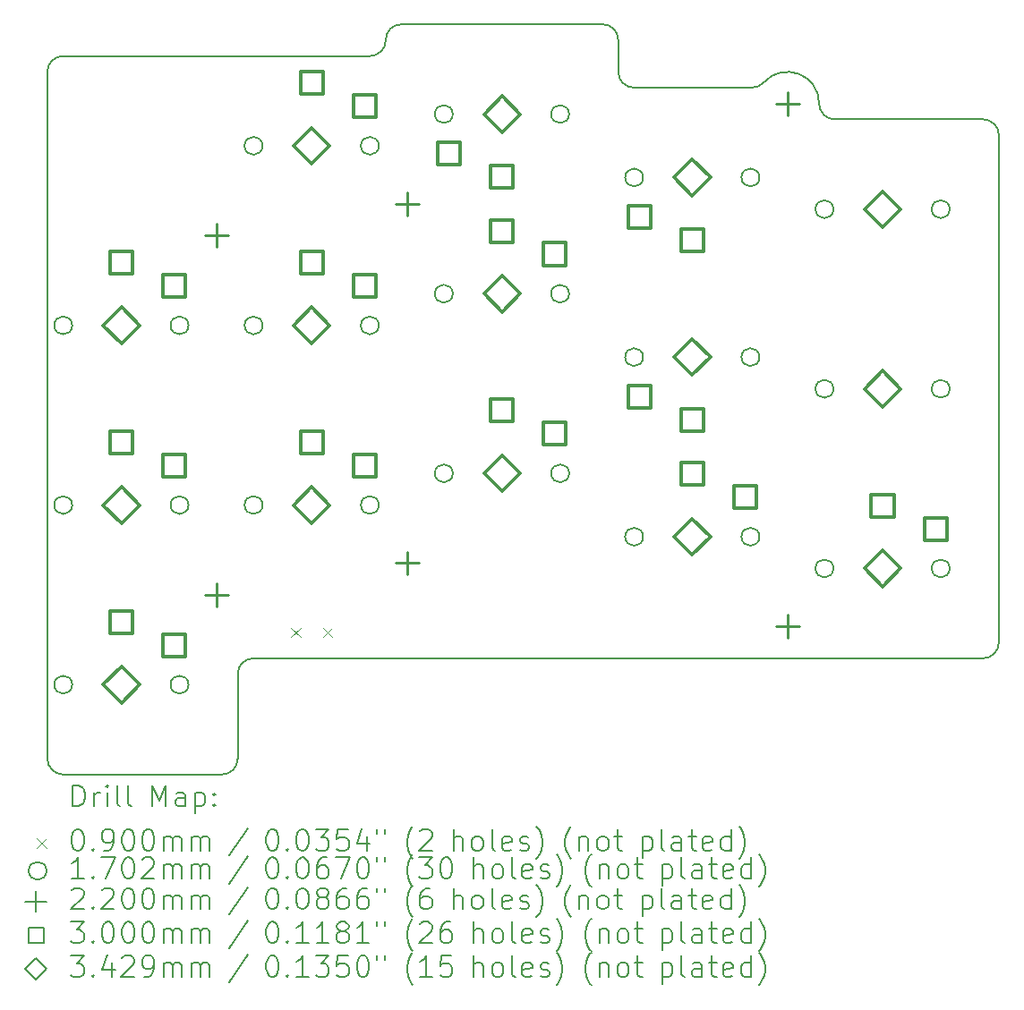
<source format=gbr>
%TF.GenerationSoftware,KiCad,Pcbnew,(7.0.0-0)*%
%TF.CreationDate,2023-02-20T17:01:43+08:00*%
%TF.ProjectId,left,6c656674-2e6b-4696-9361-645f70636258,v1.0.0*%
%TF.SameCoordinates,Original*%
%TF.FileFunction,Drillmap*%
%TF.FilePolarity,Positive*%
%FSLAX45Y45*%
G04 Gerber Fmt 4.5, Leading zero omitted, Abs format (unit mm)*
G04 Created by KiCad (PCBNEW (7.0.0-0)) date 2023-02-20 17:01:43*
%MOMM*%
%LPD*%
G01*
G04 APERTURE LIST*
%ADD10C,0.150000*%
%ADD11C,0.200000*%
%ADD12C,0.090000*%
%ADD13C,0.170180*%
%ADD14C,0.220000*%
%ADD15C,0.300000*%
%ADD16C,0.342900*%
G04 APERTURE END LIST*
D10*
X-551000Y-850000D02*
X951000Y-850000D01*
X1100000Y-701000D02*
X1100000Y101000D01*
X-551000Y5950000D02*
X2351000Y5950000D01*
X4700000Y5799000D02*
X4700000Y6101000D01*
X4551000Y6250000D02*
X2649000Y6250000D01*
X2500000Y6101000D02*
X2500000Y6099000D01*
X5965037Y5650000D02*
X4849000Y5650000D01*
X1249000Y250000D02*
X8151000Y250000D01*
X8300000Y399000D02*
X8300000Y5201000D01*
X8151000Y5350000D02*
X6748999Y5350000D01*
X6599999Y5499332D02*
G75*
G03*
X6076194Y5699777I-299999J668D01*
G01*
X-700000Y-701000D02*
X-700000Y5801000D01*
X951000Y-850000D02*
G75*
G03*
X1100000Y-701000I0J149000D01*
G01*
X1249000Y250000D02*
G75*
G03*
X1100000Y101000I0J-149000D01*
G01*
X8151000Y250000D02*
G75*
G03*
X8300000Y399000I0J149000D01*
G01*
X8300000Y5201000D02*
G75*
G03*
X8151000Y5350000I-149000J0D01*
G01*
X6599999Y5499332D02*
G75*
G03*
X6748999Y5350000I149000J-332D01*
G01*
X5965037Y5650000D02*
G75*
G03*
X6076194Y5699777I0J149000D01*
G01*
X4700000Y5799000D02*
G75*
G03*
X4849000Y5650000I149000J0D01*
G01*
X4700000Y6101000D02*
G75*
G03*
X4551000Y6250000I-149000J0D01*
G01*
X2649000Y6250000D02*
G75*
G03*
X2500000Y6101000I0J-149000D01*
G01*
X2351000Y5950000D02*
G75*
G03*
X2500000Y6099000I0J149000D01*
G01*
X-551000Y5950000D02*
G75*
G03*
X-700000Y5801000I0J-149000D01*
G01*
X-700000Y-701000D02*
G75*
G03*
X-551000Y-850000I149000J0D01*
G01*
D11*
D12*
X1605000Y540000D02*
X1695000Y450000D01*
X1695000Y540000D02*
X1605000Y450000D01*
X1905000Y540000D02*
X1995000Y450000D01*
X1995000Y540000D02*
X1905000Y450000D01*
D13*
X-464910Y3400000D02*
G75*
G03*
X-464910Y3400000I-85090J0D01*
G01*
X-464910Y1700000D02*
G75*
G03*
X-464910Y1700000I-85090J0D01*
G01*
X-464910Y0D02*
G75*
G03*
X-464910Y0I-85090J0D01*
G01*
X635090Y3400000D02*
G75*
G03*
X635090Y3400000I-85090J0D01*
G01*
X635090Y1700000D02*
G75*
G03*
X635090Y1700000I-85090J0D01*
G01*
X635090Y0D02*
G75*
G03*
X635090Y0I-85090J0D01*
G01*
X1335090Y5100000D02*
G75*
G03*
X1335090Y5100000I-85090J0D01*
G01*
X1335090Y3400000D02*
G75*
G03*
X1335090Y3400000I-85090J0D01*
G01*
X1335090Y1700000D02*
G75*
G03*
X1335090Y1700000I-85090J0D01*
G01*
X2435090Y5100000D02*
G75*
G03*
X2435090Y5100000I-85090J0D01*
G01*
X2435090Y3400000D02*
G75*
G03*
X2435090Y3400000I-85090J0D01*
G01*
X2435090Y1700000D02*
G75*
G03*
X2435090Y1700000I-85090J0D01*
G01*
X3135090Y5400000D02*
G75*
G03*
X3135090Y5400000I-85090J0D01*
G01*
X3135090Y3700000D02*
G75*
G03*
X3135090Y3700000I-85090J0D01*
G01*
X3135090Y2000000D02*
G75*
G03*
X3135090Y2000000I-85090J0D01*
G01*
X4235090Y5400000D02*
G75*
G03*
X4235090Y5400000I-85090J0D01*
G01*
X4235090Y3700000D02*
G75*
G03*
X4235090Y3700000I-85090J0D01*
G01*
X4235090Y2000000D02*
G75*
G03*
X4235090Y2000000I-85090J0D01*
G01*
X4935090Y4800000D02*
G75*
G03*
X4935090Y4800000I-85090J0D01*
G01*
X4935090Y3100000D02*
G75*
G03*
X4935090Y3100000I-85090J0D01*
G01*
X4935090Y1400000D02*
G75*
G03*
X4935090Y1400000I-85090J0D01*
G01*
X6035090Y4800000D02*
G75*
G03*
X6035090Y4800000I-85090J0D01*
G01*
X6035090Y3100000D02*
G75*
G03*
X6035090Y3100000I-85090J0D01*
G01*
X6035090Y1400000D02*
G75*
G03*
X6035090Y1400000I-85090J0D01*
G01*
X6735090Y4500000D02*
G75*
G03*
X6735090Y4500000I-85090J0D01*
G01*
X6735090Y2800000D02*
G75*
G03*
X6735090Y2800000I-85090J0D01*
G01*
X6735090Y1100000D02*
G75*
G03*
X6735090Y1100000I-85090J0D01*
G01*
X7835090Y4500000D02*
G75*
G03*
X7835090Y4500000I-85090J0D01*
G01*
X7835090Y2800000D02*
G75*
G03*
X7835090Y2800000I-85090J0D01*
G01*
X7835090Y1100000D02*
G75*
G03*
X7835090Y1100000I-85090J0D01*
G01*
D14*
X900000Y4360000D02*
X900000Y4140000D01*
X790000Y4250000D02*
X1010000Y4250000D01*
X900000Y960000D02*
X900000Y740000D01*
X790000Y850000D02*
X1010000Y850000D01*
X2700000Y4660000D02*
X2700000Y4440000D01*
X2590000Y4550000D02*
X2810000Y4550000D01*
X2700000Y1260000D02*
X2700000Y1040000D01*
X2590000Y1150000D02*
X2810000Y1150000D01*
X6300000Y5610000D02*
X6300000Y5390000D01*
X6190000Y5500000D02*
X6410000Y5500000D01*
X6300000Y660000D02*
X6300000Y440000D01*
X6190000Y550000D02*
X6410000Y550000D01*
D15*
X106067Y3888933D02*
X106067Y4101067D01*
X-106067Y4101067D01*
X-106067Y3888933D01*
X106067Y3888933D01*
X106067Y2188933D02*
X106067Y2401067D01*
X-106067Y2401067D01*
X-106067Y2188933D01*
X106067Y2188933D01*
X106067Y488933D02*
X106067Y701067D01*
X-106067Y701067D01*
X-106067Y488933D01*
X106067Y488933D01*
X606067Y3668933D02*
X606067Y3881067D01*
X393933Y3881067D01*
X393933Y3668933D01*
X606067Y3668933D01*
X606067Y1968933D02*
X606067Y2181067D01*
X393933Y2181067D01*
X393933Y1968933D01*
X606067Y1968933D01*
X606067Y268933D02*
X606067Y481067D01*
X393933Y481067D01*
X393933Y268933D01*
X606067Y268933D01*
X1906067Y5588933D02*
X1906067Y5801067D01*
X1693933Y5801067D01*
X1693933Y5588933D01*
X1906067Y5588933D01*
X1906067Y3888933D02*
X1906067Y4101067D01*
X1693933Y4101067D01*
X1693933Y3888933D01*
X1906067Y3888933D01*
X1906067Y2188933D02*
X1906067Y2401067D01*
X1693933Y2401067D01*
X1693933Y2188933D01*
X1906067Y2188933D01*
X2406067Y5368933D02*
X2406067Y5581067D01*
X2193933Y5581067D01*
X2193933Y5368933D01*
X2406067Y5368933D01*
X2406067Y3668933D02*
X2406067Y3881067D01*
X2193933Y3881067D01*
X2193933Y3668933D01*
X2406067Y3668933D01*
X2406067Y1968933D02*
X2406067Y2181067D01*
X2193933Y2181067D01*
X2193933Y1968933D01*
X2406067Y1968933D01*
X3206067Y4918933D02*
X3206067Y5131067D01*
X2993933Y5131067D01*
X2993933Y4918933D01*
X3206067Y4918933D01*
X3706067Y4698933D02*
X3706067Y4911067D01*
X3493933Y4911067D01*
X3493933Y4698933D01*
X3706067Y4698933D01*
X3706067Y4188933D02*
X3706067Y4401067D01*
X3493933Y4401067D01*
X3493933Y4188933D01*
X3706067Y4188933D01*
X3706067Y2488933D02*
X3706067Y2701067D01*
X3493933Y2701067D01*
X3493933Y2488933D01*
X3706067Y2488933D01*
X4206067Y3968933D02*
X4206067Y4181067D01*
X3993933Y4181067D01*
X3993933Y3968933D01*
X4206067Y3968933D01*
X4206067Y2268933D02*
X4206067Y2481067D01*
X3993933Y2481067D01*
X3993933Y2268933D01*
X4206067Y2268933D01*
X5006067Y4318933D02*
X5006067Y4531067D01*
X4793933Y4531067D01*
X4793933Y4318933D01*
X5006067Y4318933D01*
X5006067Y2618933D02*
X5006067Y2831067D01*
X4793933Y2831067D01*
X4793933Y2618933D01*
X5006067Y2618933D01*
X5506067Y4098933D02*
X5506067Y4311067D01*
X5293933Y4311067D01*
X5293933Y4098933D01*
X5506067Y4098933D01*
X5506067Y2398933D02*
X5506067Y2611067D01*
X5293933Y2611067D01*
X5293933Y2398933D01*
X5506067Y2398933D01*
X5506067Y1888933D02*
X5506067Y2101067D01*
X5293933Y2101067D01*
X5293933Y1888933D01*
X5506067Y1888933D01*
X6006067Y1668933D02*
X6006067Y1881067D01*
X5793933Y1881067D01*
X5793933Y1668933D01*
X6006067Y1668933D01*
X7306067Y1588933D02*
X7306067Y1801067D01*
X7093933Y1801067D01*
X7093933Y1588933D01*
X7306067Y1588933D01*
X7806067Y1368933D02*
X7806067Y1581067D01*
X7593933Y1581067D01*
X7593933Y1368933D01*
X7806067Y1368933D01*
D16*
X0Y3228550D02*
X171450Y3400000D01*
X0Y3571450D01*
X-171450Y3400000D01*
X0Y3228550D01*
X0Y1528550D02*
X171450Y1700000D01*
X0Y1871450D01*
X-171450Y1700000D01*
X0Y1528550D01*
X0Y-171450D02*
X171450Y0D01*
X0Y171450D01*
X-171450Y0D01*
X0Y-171450D01*
X1800000Y4928550D02*
X1971450Y5100000D01*
X1800000Y5271450D01*
X1628550Y5100000D01*
X1800000Y4928550D01*
X1800000Y3228550D02*
X1971450Y3400000D01*
X1800000Y3571450D01*
X1628550Y3400000D01*
X1800000Y3228550D01*
X1800000Y1528550D02*
X1971450Y1700000D01*
X1800000Y1871450D01*
X1628550Y1700000D01*
X1800000Y1528550D01*
X3600000Y5228550D02*
X3771450Y5400000D01*
X3600000Y5571450D01*
X3428550Y5400000D01*
X3600000Y5228550D01*
X3600000Y3528550D02*
X3771450Y3700000D01*
X3600000Y3871450D01*
X3428550Y3700000D01*
X3600000Y3528550D01*
X3600000Y1828550D02*
X3771450Y2000000D01*
X3600000Y2171450D01*
X3428550Y2000000D01*
X3600000Y1828550D01*
X5400000Y4628550D02*
X5571450Y4800000D01*
X5400000Y4971450D01*
X5228550Y4800000D01*
X5400000Y4628550D01*
X5400000Y2928550D02*
X5571450Y3100000D01*
X5400000Y3271450D01*
X5228550Y3100000D01*
X5400000Y2928550D01*
X5400000Y1228550D02*
X5571450Y1400000D01*
X5400000Y1571450D01*
X5228550Y1400000D01*
X5400000Y1228550D01*
X7200000Y4328550D02*
X7371450Y4500000D01*
X7200000Y4671450D01*
X7028550Y4500000D01*
X7200000Y4328550D01*
X7200000Y2628550D02*
X7371450Y2800000D01*
X7200000Y2971450D01*
X7028550Y2800000D01*
X7200000Y2628550D01*
X7200000Y928550D02*
X7371450Y1100000D01*
X7200000Y1271450D01*
X7028550Y1100000D01*
X7200000Y928550D01*
D11*
X-459881Y-1150976D02*
X-459881Y-950976D01*
X-459881Y-950976D02*
X-412262Y-950976D01*
X-412262Y-950976D02*
X-383690Y-960500D01*
X-383690Y-960500D02*
X-364643Y-979548D01*
X-364643Y-979548D02*
X-355119Y-998595D01*
X-355119Y-998595D02*
X-345595Y-1036690D01*
X-345595Y-1036690D02*
X-345595Y-1065262D01*
X-345595Y-1065262D02*
X-355119Y-1103357D01*
X-355119Y-1103357D02*
X-364643Y-1122405D01*
X-364643Y-1122405D02*
X-383690Y-1141452D01*
X-383690Y-1141452D02*
X-412262Y-1150976D01*
X-412262Y-1150976D02*
X-459881Y-1150976D01*
X-259881Y-1150976D02*
X-259881Y-1017643D01*
X-259881Y-1055738D02*
X-250357Y-1036690D01*
X-250357Y-1036690D02*
X-240833Y-1027167D01*
X-240833Y-1027167D02*
X-221786Y-1017643D01*
X-221786Y-1017643D02*
X-202738Y-1017643D01*
X-136071Y-1150976D02*
X-136071Y-1017643D01*
X-136071Y-950976D02*
X-145595Y-960500D01*
X-145595Y-960500D02*
X-136071Y-970024D01*
X-136071Y-970024D02*
X-126548Y-960500D01*
X-126548Y-960500D02*
X-136071Y-950976D01*
X-136071Y-950976D02*
X-136071Y-970024D01*
X-12262Y-1150976D02*
X-31309Y-1141452D01*
X-31309Y-1141452D02*
X-40833Y-1122405D01*
X-40833Y-1122405D02*
X-40833Y-950976D01*
X92500Y-1150976D02*
X73452Y-1141452D01*
X73452Y-1141452D02*
X63928Y-1122405D01*
X63928Y-1122405D02*
X63928Y-950976D01*
X288690Y-1150976D02*
X288690Y-950976D01*
X288690Y-950976D02*
X355357Y-1093833D01*
X355357Y-1093833D02*
X422024Y-950976D01*
X422024Y-950976D02*
X422024Y-1150976D01*
X602976Y-1150976D02*
X602976Y-1046214D01*
X602976Y-1046214D02*
X593452Y-1027167D01*
X593452Y-1027167D02*
X574405Y-1017643D01*
X574405Y-1017643D02*
X536309Y-1017643D01*
X536309Y-1017643D02*
X517262Y-1027167D01*
X602976Y-1141452D02*
X583929Y-1150976D01*
X583929Y-1150976D02*
X536309Y-1150976D01*
X536309Y-1150976D02*
X517262Y-1141452D01*
X517262Y-1141452D02*
X507738Y-1122405D01*
X507738Y-1122405D02*
X507738Y-1103357D01*
X507738Y-1103357D02*
X517262Y-1084310D01*
X517262Y-1084310D02*
X536309Y-1074786D01*
X536309Y-1074786D02*
X583929Y-1074786D01*
X583929Y-1074786D02*
X602976Y-1065262D01*
X698214Y-1017643D02*
X698214Y-1217643D01*
X698214Y-1027167D02*
X717262Y-1017643D01*
X717262Y-1017643D02*
X755357Y-1017643D01*
X755357Y-1017643D02*
X774405Y-1027167D01*
X774405Y-1027167D02*
X783928Y-1036690D01*
X783928Y-1036690D02*
X793452Y-1055738D01*
X793452Y-1055738D02*
X793452Y-1112881D01*
X793452Y-1112881D02*
X783928Y-1131929D01*
X783928Y-1131929D02*
X774405Y-1141452D01*
X774405Y-1141452D02*
X755357Y-1150976D01*
X755357Y-1150976D02*
X717262Y-1150976D01*
X717262Y-1150976D02*
X698214Y-1141452D01*
X879167Y-1131929D02*
X888690Y-1141452D01*
X888690Y-1141452D02*
X879167Y-1150976D01*
X879167Y-1150976D02*
X869643Y-1141452D01*
X869643Y-1141452D02*
X879167Y-1131929D01*
X879167Y-1131929D02*
X879167Y-1150976D01*
X879167Y-1027167D02*
X888690Y-1036690D01*
X888690Y-1036690D02*
X879167Y-1046214D01*
X879167Y-1046214D02*
X869643Y-1036690D01*
X869643Y-1036690D02*
X879167Y-1027167D01*
X879167Y-1027167D02*
X879167Y-1046214D01*
D12*
X-797500Y-1452500D02*
X-707500Y-1542500D01*
X-707500Y-1452500D02*
X-797500Y-1542500D01*
D11*
X-421786Y-1370976D02*
X-402738Y-1370976D01*
X-402738Y-1370976D02*
X-383690Y-1380500D01*
X-383690Y-1380500D02*
X-374167Y-1390024D01*
X-374167Y-1390024D02*
X-364643Y-1409071D01*
X-364643Y-1409071D02*
X-355119Y-1447167D01*
X-355119Y-1447167D02*
X-355119Y-1494786D01*
X-355119Y-1494786D02*
X-364643Y-1532881D01*
X-364643Y-1532881D02*
X-374167Y-1551928D01*
X-374167Y-1551928D02*
X-383690Y-1561452D01*
X-383690Y-1561452D02*
X-402738Y-1570976D01*
X-402738Y-1570976D02*
X-421786Y-1570976D01*
X-421786Y-1570976D02*
X-440833Y-1561452D01*
X-440833Y-1561452D02*
X-450357Y-1551928D01*
X-450357Y-1551928D02*
X-459881Y-1532881D01*
X-459881Y-1532881D02*
X-469405Y-1494786D01*
X-469405Y-1494786D02*
X-469405Y-1447167D01*
X-469405Y-1447167D02*
X-459881Y-1409071D01*
X-459881Y-1409071D02*
X-450357Y-1390024D01*
X-450357Y-1390024D02*
X-440833Y-1380500D01*
X-440833Y-1380500D02*
X-421786Y-1370976D01*
X-269405Y-1551928D02*
X-259881Y-1561452D01*
X-259881Y-1561452D02*
X-269405Y-1570976D01*
X-269405Y-1570976D02*
X-278929Y-1561452D01*
X-278929Y-1561452D02*
X-269405Y-1551928D01*
X-269405Y-1551928D02*
X-269405Y-1570976D01*
X-164643Y-1570976D02*
X-126548Y-1570976D01*
X-126548Y-1570976D02*
X-107500Y-1561452D01*
X-107500Y-1561452D02*
X-97976Y-1551928D01*
X-97976Y-1551928D02*
X-78929Y-1523357D01*
X-78929Y-1523357D02*
X-69405Y-1485262D01*
X-69405Y-1485262D02*
X-69405Y-1409071D01*
X-69405Y-1409071D02*
X-78929Y-1390024D01*
X-78929Y-1390024D02*
X-88452Y-1380500D01*
X-88452Y-1380500D02*
X-107500Y-1370976D01*
X-107500Y-1370976D02*
X-145595Y-1370976D01*
X-145595Y-1370976D02*
X-164643Y-1380500D01*
X-164643Y-1380500D02*
X-174167Y-1390024D01*
X-174167Y-1390024D02*
X-183690Y-1409071D01*
X-183690Y-1409071D02*
X-183690Y-1456690D01*
X-183690Y-1456690D02*
X-174167Y-1475738D01*
X-174167Y-1475738D02*
X-164643Y-1485262D01*
X-164643Y-1485262D02*
X-145595Y-1494786D01*
X-145595Y-1494786D02*
X-107500Y-1494786D01*
X-107500Y-1494786D02*
X-88452Y-1485262D01*
X-88452Y-1485262D02*
X-78929Y-1475738D01*
X-78929Y-1475738D02*
X-69405Y-1456690D01*
X54405Y-1370976D02*
X73452Y-1370976D01*
X73452Y-1370976D02*
X92500Y-1380500D01*
X92500Y-1380500D02*
X102024Y-1390024D01*
X102024Y-1390024D02*
X111548Y-1409071D01*
X111548Y-1409071D02*
X121071Y-1447167D01*
X121071Y-1447167D02*
X121071Y-1494786D01*
X121071Y-1494786D02*
X111548Y-1532881D01*
X111548Y-1532881D02*
X102024Y-1551928D01*
X102024Y-1551928D02*
X92500Y-1561452D01*
X92500Y-1561452D02*
X73452Y-1570976D01*
X73452Y-1570976D02*
X54405Y-1570976D01*
X54405Y-1570976D02*
X35357Y-1561452D01*
X35357Y-1561452D02*
X25833Y-1551928D01*
X25833Y-1551928D02*
X16309Y-1532881D01*
X16309Y-1532881D02*
X6786Y-1494786D01*
X6786Y-1494786D02*
X6786Y-1447167D01*
X6786Y-1447167D02*
X16309Y-1409071D01*
X16309Y-1409071D02*
X25833Y-1390024D01*
X25833Y-1390024D02*
X35357Y-1380500D01*
X35357Y-1380500D02*
X54405Y-1370976D01*
X244881Y-1370976D02*
X263929Y-1370976D01*
X263929Y-1370976D02*
X282976Y-1380500D01*
X282976Y-1380500D02*
X292500Y-1390024D01*
X292500Y-1390024D02*
X302024Y-1409071D01*
X302024Y-1409071D02*
X311548Y-1447167D01*
X311548Y-1447167D02*
X311548Y-1494786D01*
X311548Y-1494786D02*
X302024Y-1532881D01*
X302024Y-1532881D02*
X292500Y-1551928D01*
X292500Y-1551928D02*
X282976Y-1561452D01*
X282976Y-1561452D02*
X263929Y-1570976D01*
X263929Y-1570976D02*
X244881Y-1570976D01*
X244881Y-1570976D02*
X225833Y-1561452D01*
X225833Y-1561452D02*
X216309Y-1551928D01*
X216309Y-1551928D02*
X206786Y-1532881D01*
X206786Y-1532881D02*
X197262Y-1494786D01*
X197262Y-1494786D02*
X197262Y-1447167D01*
X197262Y-1447167D02*
X206786Y-1409071D01*
X206786Y-1409071D02*
X216309Y-1390024D01*
X216309Y-1390024D02*
X225833Y-1380500D01*
X225833Y-1380500D02*
X244881Y-1370976D01*
X397262Y-1570976D02*
X397262Y-1437643D01*
X397262Y-1456690D02*
X406786Y-1447167D01*
X406786Y-1447167D02*
X425833Y-1437643D01*
X425833Y-1437643D02*
X454405Y-1437643D01*
X454405Y-1437643D02*
X473452Y-1447167D01*
X473452Y-1447167D02*
X482976Y-1466214D01*
X482976Y-1466214D02*
X482976Y-1570976D01*
X482976Y-1466214D02*
X492500Y-1447167D01*
X492500Y-1447167D02*
X511548Y-1437643D01*
X511548Y-1437643D02*
X540119Y-1437643D01*
X540119Y-1437643D02*
X559167Y-1447167D01*
X559167Y-1447167D02*
X568691Y-1466214D01*
X568691Y-1466214D02*
X568691Y-1570976D01*
X663929Y-1570976D02*
X663929Y-1437643D01*
X663929Y-1456690D02*
X673452Y-1447167D01*
X673452Y-1447167D02*
X692500Y-1437643D01*
X692500Y-1437643D02*
X721071Y-1437643D01*
X721071Y-1437643D02*
X740119Y-1447167D01*
X740119Y-1447167D02*
X749643Y-1466214D01*
X749643Y-1466214D02*
X749643Y-1570976D01*
X749643Y-1466214D02*
X759167Y-1447167D01*
X759167Y-1447167D02*
X778214Y-1437643D01*
X778214Y-1437643D02*
X806786Y-1437643D01*
X806786Y-1437643D02*
X825833Y-1447167D01*
X825833Y-1447167D02*
X835357Y-1466214D01*
X835357Y-1466214D02*
X835357Y-1570976D01*
X1193452Y-1361452D02*
X1022024Y-1618595D01*
X1418214Y-1370976D02*
X1437262Y-1370976D01*
X1437262Y-1370976D02*
X1456310Y-1380500D01*
X1456310Y-1380500D02*
X1465833Y-1390024D01*
X1465833Y-1390024D02*
X1475357Y-1409071D01*
X1475357Y-1409071D02*
X1484881Y-1447167D01*
X1484881Y-1447167D02*
X1484881Y-1494786D01*
X1484881Y-1494786D02*
X1475357Y-1532881D01*
X1475357Y-1532881D02*
X1465833Y-1551928D01*
X1465833Y-1551928D02*
X1456310Y-1561452D01*
X1456310Y-1561452D02*
X1437262Y-1570976D01*
X1437262Y-1570976D02*
X1418214Y-1570976D01*
X1418214Y-1570976D02*
X1399167Y-1561452D01*
X1399167Y-1561452D02*
X1389643Y-1551928D01*
X1389643Y-1551928D02*
X1380119Y-1532881D01*
X1380119Y-1532881D02*
X1370595Y-1494786D01*
X1370595Y-1494786D02*
X1370595Y-1447167D01*
X1370595Y-1447167D02*
X1380119Y-1409071D01*
X1380119Y-1409071D02*
X1389643Y-1390024D01*
X1389643Y-1390024D02*
X1399167Y-1380500D01*
X1399167Y-1380500D02*
X1418214Y-1370976D01*
X1570595Y-1551928D02*
X1580119Y-1561452D01*
X1580119Y-1561452D02*
X1570595Y-1570976D01*
X1570595Y-1570976D02*
X1561071Y-1561452D01*
X1561071Y-1561452D02*
X1570595Y-1551928D01*
X1570595Y-1551928D02*
X1570595Y-1570976D01*
X1703929Y-1370976D02*
X1722976Y-1370976D01*
X1722976Y-1370976D02*
X1742024Y-1380500D01*
X1742024Y-1380500D02*
X1751548Y-1390024D01*
X1751548Y-1390024D02*
X1761071Y-1409071D01*
X1761071Y-1409071D02*
X1770595Y-1447167D01*
X1770595Y-1447167D02*
X1770595Y-1494786D01*
X1770595Y-1494786D02*
X1761071Y-1532881D01*
X1761071Y-1532881D02*
X1751548Y-1551928D01*
X1751548Y-1551928D02*
X1742024Y-1561452D01*
X1742024Y-1561452D02*
X1722976Y-1570976D01*
X1722976Y-1570976D02*
X1703929Y-1570976D01*
X1703929Y-1570976D02*
X1684881Y-1561452D01*
X1684881Y-1561452D02*
X1675357Y-1551928D01*
X1675357Y-1551928D02*
X1665833Y-1532881D01*
X1665833Y-1532881D02*
X1656310Y-1494786D01*
X1656310Y-1494786D02*
X1656310Y-1447167D01*
X1656310Y-1447167D02*
X1665833Y-1409071D01*
X1665833Y-1409071D02*
X1675357Y-1390024D01*
X1675357Y-1390024D02*
X1684881Y-1380500D01*
X1684881Y-1380500D02*
X1703929Y-1370976D01*
X1837262Y-1370976D02*
X1961071Y-1370976D01*
X1961071Y-1370976D02*
X1894405Y-1447167D01*
X1894405Y-1447167D02*
X1922976Y-1447167D01*
X1922976Y-1447167D02*
X1942024Y-1456690D01*
X1942024Y-1456690D02*
X1951548Y-1466214D01*
X1951548Y-1466214D02*
X1961071Y-1485262D01*
X1961071Y-1485262D02*
X1961071Y-1532881D01*
X1961071Y-1532881D02*
X1951548Y-1551928D01*
X1951548Y-1551928D02*
X1942024Y-1561452D01*
X1942024Y-1561452D02*
X1922976Y-1570976D01*
X1922976Y-1570976D02*
X1865833Y-1570976D01*
X1865833Y-1570976D02*
X1846786Y-1561452D01*
X1846786Y-1561452D02*
X1837262Y-1551928D01*
X2142024Y-1370976D02*
X2046786Y-1370976D01*
X2046786Y-1370976D02*
X2037262Y-1466214D01*
X2037262Y-1466214D02*
X2046786Y-1456690D01*
X2046786Y-1456690D02*
X2065833Y-1447167D01*
X2065833Y-1447167D02*
X2113453Y-1447167D01*
X2113453Y-1447167D02*
X2132500Y-1456690D01*
X2132500Y-1456690D02*
X2142024Y-1466214D01*
X2142024Y-1466214D02*
X2151548Y-1485262D01*
X2151548Y-1485262D02*
X2151548Y-1532881D01*
X2151548Y-1532881D02*
X2142024Y-1551928D01*
X2142024Y-1551928D02*
X2132500Y-1561452D01*
X2132500Y-1561452D02*
X2113453Y-1570976D01*
X2113453Y-1570976D02*
X2065833Y-1570976D01*
X2065833Y-1570976D02*
X2046786Y-1561452D01*
X2046786Y-1561452D02*
X2037262Y-1551928D01*
X2322976Y-1437643D02*
X2322976Y-1570976D01*
X2275357Y-1361452D02*
X2227738Y-1504309D01*
X2227738Y-1504309D02*
X2351548Y-1504309D01*
X2418214Y-1370976D02*
X2418214Y-1409071D01*
X2494405Y-1370976D02*
X2494405Y-1409071D01*
X2757262Y-1647167D02*
X2747738Y-1637643D01*
X2747738Y-1637643D02*
X2728691Y-1609071D01*
X2728691Y-1609071D02*
X2719167Y-1590024D01*
X2719167Y-1590024D02*
X2709643Y-1561452D01*
X2709643Y-1561452D02*
X2700119Y-1513833D01*
X2700119Y-1513833D02*
X2700119Y-1475738D01*
X2700119Y-1475738D02*
X2709643Y-1428119D01*
X2709643Y-1428119D02*
X2719167Y-1399548D01*
X2719167Y-1399548D02*
X2728691Y-1380500D01*
X2728691Y-1380500D02*
X2747738Y-1351929D01*
X2747738Y-1351929D02*
X2757262Y-1342405D01*
X2823929Y-1390024D02*
X2833452Y-1380500D01*
X2833452Y-1380500D02*
X2852500Y-1370976D01*
X2852500Y-1370976D02*
X2900119Y-1370976D01*
X2900119Y-1370976D02*
X2919167Y-1380500D01*
X2919167Y-1380500D02*
X2928691Y-1390024D01*
X2928691Y-1390024D02*
X2938214Y-1409071D01*
X2938214Y-1409071D02*
X2938214Y-1428119D01*
X2938214Y-1428119D02*
X2928691Y-1456690D01*
X2928691Y-1456690D02*
X2814405Y-1570976D01*
X2814405Y-1570976D02*
X2938214Y-1570976D01*
X3143929Y-1570976D02*
X3143929Y-1370976D01*
X3229643Y-1570976D02*
X3229643Y-1466214D01*
X3229643Y-1466214D02*
X3220119Y-1447167D01*
X3220119Y-1447167D02*
X3201072Y-1437643D01*
X3201072Y-1437643D02*
X3172500Y-1437643D01*
X3172500Y-1437643D02*
X3153452Y-1447167D01*
X3153452Y-1447167D02*
X3143929Y-1456690D01*
X3353452Y-1570976D02*
X3334405Y-1561452D01*
X3334405Y-1561452D02*
X3324881Y-1551928D01*
X3324881Y-1551928D02*
X3315357Y-1532881D01*
X3315357Y-1532881D02*
X3315357Y-1475738D01*
X3315357Y-1475738D02*
X3324881Y-1456690D01*
X3324881Y-1456690D02*
X3334405Y-1447167D01*
X3334405Y-1447167D02*
X3353452Y-1437643D01*
X3353452Y-1437643D02*
X3382024Y-1437643D01*
X3382024Y-1437643D02*
X3401072Y-1447167D01*
X3401072Y-1447167D02*
X3410595Y-1456690D01*
X3410595Y-1456690D02*
X3420119Y-1475738D01*
X3420119Y-1475738D02*
X3420119Y-1532881D01*
X3420119Y-1532881D02*
X3410595Y-1551928D01*
X3410595Y-1551928D02*
X3401072Y-1561452D01*
X3401072Y-1561452D02*
X3382024Y-1570976D01*
X3382024Y-1570976D02*
X3353452Y-1570976D01*
X3534405Y-1570976D02*
X3515357Y-1561452D01*
X3515357Y-1561452D02*
X3505833Y-1542405D01*
X3505833Y-1542405D02*
X3505833Y-1370976D01*
X3686786Y-1561452D02*
X3667738Y-1570976D01*
X3667738Y-1570976D02*
X3629643Y-1570976D01*
X3629643Y-1570976D02*
X3610595Y-1561452D01*
X3610595Y-1561452D02*
X3601072Y-1542405D01*
X3601072Y-1542405D02*
X3601072Y-1466214D01*
X3601072Y-1466214D02*
X3610595Y-1447167D01*
X3610595Y-1447167D02*
X3629643Y-1437643D01*
X3629643Y-1437643D02*
X3667738Y-1437643D01*
X3667738Y-1437643D02*
X3686786Y-1447167D01*
X3686786Y-1447167D02*
X3696310Y-1466214D01*
X3696310Y-1466214D02*
X3696310Y-1485262D01*
X3696310Y-1485262D02*
X3601072Y-1504309D01*
X3772500Y-1561452D02*
X3791548Y-1570976D01*
X3791548Y-1570976D02*
X3829643Y-1570976D01*
X3829643Y-1570976D02*
X3848691Y-1561452D01*
X3848691Y-1561452D02*
X3858214Y-1542405D01*
X3858214Y-1542405D02*
X3858214Y-1532881D01*
X3858214Y-1532881D02*
X3848691Y-1513833D01*
X3848691Y-1513833D02*
X3829643Y-1504309D01*
X3829643Y-1504309D02*
X3801072Y-1504309D01*
X3801072Y-1504309D02*
X3782024Y-1494786D01*
X3782024Y-1494786D02*
X3772500Y-1475738D01*
X3772500Y-1475738D02*
X3772500Y-1466214D01*
X3772500Y-1466214D02*
X3782024Y-1447167D01*
X3782024Y-1447167D02*
X3801072Y-1437643D01*
X3801072Y-1437643D02*
X3829643Y-1437643D01*
X3829643Y-1437643D02*
X3848691Y-1447167D01*
X3924881Y-1647167D02*
X3934405Y-1637643D01*
X3934405Y-1637643D02*
X3953453Y-1609071D01*
X3953453Y-1609071D02*
X3962976Y-1590024D01*
X3962976Y-1590024D02*
X3972500Y-1561452D01*
X3972500Y-1561452D02*
X3982024Y-1513833D01*
X3982024Y-1513833D02*
X3982024Y-1475738D01*
X3982024Y-1475738D02*
X3972500Y-1428119D01*
X3972500Y-1428119D02*
X3962976Y-1399548D01*
X3962976Y-1399548D02*
X3953453Y-1380500D01*
X3953453Y-1380500D02*
X3934405Y-1351929D01*
X3934405Y-1351929D02*
X3924881Y-1342405D01*
X4254405Y-1647167D02*
X4244881Y-1637643D01*
X4244881Y-1637643D02*
X4225834Y-1609071D01*
X4225834Y-1609071D02*
X4216310Y-1590024D01*
X4216310Y-1590024D02*
X4206786Y-1561452D01*
X4206786Y-1561452D02*
X4197262Y-1513833D01*
X4197262Y-1513833D02*
X4197262Y-1475738D01*
X4197262Y-1475738D02*
X4206786Y-1428119D01*
X4206786Y-1428119D02*
X4216310Y-1399548D01*
X4216310Y-1399548D02*
X4225834Y-1380500D01*
X4225834Y-1380500D02*
X4244881Y-1351929D01*
X4244881Y-1351929D02*
X4254405Y-1342405D01*
X4330595Y-1437643D02*
X4330595Y-1570976D01*
X4330595Y-1456690D02*
X4340119Y-1447167D01*
X4340119Y-1447167D02*
X4359167Y-1437643D01*
X4359167Y-1437643D02*
X4387738Y-1437643D01*
X4387738Y-1437643D02*
X4406786Y-1447167D01*
X4406786Y-1447167D02*
X4416310Y-1466214D01*
X4416310Y-1466214D02*
X4416310Y-1570976D01*
X4540119Y-1570976D02*
X4521072Y-1561452D01*
X4521072Y-1561452D02*
X4511548Y-1551928D01*
X4511548Y-1551928D02*
X4502024Y-1532881D01*
X4502024Y-1532881D02*
X4502024Y-1475738D01*
X4502024Y-1475738D02*
X4511548Y-1456690D01*
X4511548Y-1456690D02*
X4521072Y-1447167D01*
X4521072Y-1447167D02*
X4540119Y-1437643D01*
X4540119Y-1437643D02*
X4568691Y-1437643D01*
X4568691Y-1437643D02*
X4587738Y-1447167D01*
X4587738Y-1447167D02*
X4597262Y-1456690D01*
X4597262Y-1456690D02*
X4606786Y-1475738D01*
X4606786Y-1475738D02*
X4606786Y-1532881D01*
X4606786Y-1532881D02*
X4597262Y-1551928D01*
X4597262Y-1551928D02*
X4587738Y-1561452D01*
X4587738Y-1561452D02*
X4568691Y-1570976D01*
X4568691Y-1570976D02*
X4540119Y-1570976D01*
X4663929Y-1437643D02*
X4740119Y-1437643D01*
X4692500Y-1370976D02*
X4692500Y-1542405D01*
X4692500Y-1542405D02*
X4702024Y-1561452D01*
X4702024Y-1561452D02*
X4721072Y-1570976D01*
X4721072Y-1570976D02*
X4740119Y-1570976D01*
X4926786Y-1437643D02*
X4926786Y-1637643D01*
X4926786Y-1447167D02*
X4945834Y-1437643D01*
X4945834Y-1437643D02*
X4983929Y-1437643D01*
X4983929Y-1437643D02*
X5002976Y-1447167D01*
X5002976Y-1447167D02*
X5012500Y-1456690D01*
X5012500Y-1456690D02*
X5022024Y-1475738D01*
X5022024Y-1475738D02*
X5022024Y-1532881D01*
X5022024Y-1532881D02*
X5012500Y-1551928D01*
X5012500Y-1551928D02*
X5002976Y-1561452D01*
X5002976Y-1561452D02*
X4983929Y-1570976D01*
X4983929Y-1570976D02*
X4945834Y-1570976D01*
X4945834Y-1570976D02*
X4926786Y-1561452D01*
X5136310Y-1570976D02*
X5117262Y-1561452D01*
X5117262Y-1561452D02*
X5107738Y-1542405D01*
X5107738Y-1542405D02*
X5107738Y-1370976D01*
X5298215Y-1570976D02*
X5298215Y-1466214D01*
X5298215Y-1466214D02*
X5288691Y-1447167D01*
X5288691Y-1447167D02*
X5269643Y-1437643D01*
X5269643Y-1437643D02*
X5231548Y-1437643D01*
X5231548Y-1437643D02*
X5212500Y-1447167D01*
X5298215Y-1561452D02*
X5279167Y-1570976D01*
X5279167Y-1570976D02*
X5231548Y-1570976D01*
X5231548Y-1570976D02*
X5212500Y-1561452D01*
X5212500Y-1561452D02*
X5202976Y-1542405D01*
X5202976Y-1542405D02*
X5202976Y-1523357D01*
X5202976Y-1523357D02*
X5212500Y-1504309D01*
X5212500Y-1504309D02*
X5231548Y-1494786D01*
X5231548Y-1494786D02*
X5279167Y-1494786D01*
X5279167Y-1494786D02*
X5298215Y-1485262D01*
X5364881Y-1437643D02*
X5441072Y-1437643D01*
X5393453Y-1370976D02*
X5393453Y-1542405D01*
X5393453Y-1542405D02*
X5402976Y-1561452D01*
X5402976Y-1561452D02*
X5422024Y-1570976D01*
X5422024Y-1570976D02*
X5441072Y-1570976D01*
X5583929Y-1561452D02*
X5564881Y-1570976D01*
X5564881Y-1570976D02*
X5526786Y-1570976D01*
X5526786Y-1570976D02*
X5507738Y-1561452D01*
X5507738Y-1561452D02*
X5498215Y-1542405D01*
X5498215Y-1542405D02*
X5498215Y-1466214D01*
X5498215Y-1466214D02*
X5507738Y-1447167D01*
X5507738Y-1447167D02*
X5526786Y-1437643D01*
X5526786Y-1437643D02*
X5564881Y-1437643D01*
X5564881Y-1437643D02*
X5583929Y-1447167D01*
X5583929Y-1447167D02*
X5593453Y-1466214D01*
X5593453Y-1466214D02*
X5593453Y-1485262D01*
X5593453Y-1485262D02*
X5498215Y-1504309D01*
X5764881Y-1570976D02*
X5764881Y-1370976D01*
X5764881Y-1561452D02*
X5745834Y-1570976D01*
X5745834Y-1570976D02*
X5707738Y-1570976D01*
X5707738Y-1570976D02*
X5688691Y-1561452D01*
X5688691Y-1561452D02*
X5679167Y-1551928D01*
X5679167Y-1551928D02*
X5669643Y-1532881D01*
X5669643Y-1532881D02*
X5669643Y-1475738D01*
X5669643Y-1475738D02*
X5679167Y-1456690D01*
X5679167Y-1456690D02*
X5688691Y-1447167D01*
X5688691Y-1447167D02*
X5707738Y-1437643D01*
X5707738Y-1437643D02*
X5745834Y-1437643D01*
X5745834Y-1437643D02*
X5764881Y-1447167D01*
X5841072Y-1647167D02*
X5850595Y-1637643D01*
X5850595Y-1637643D02*
X5869643Y-1609071D01*
X5869643Y-1609071D02*
X5879167Y-1590024D01*
X5879167Y-1590024D02*
X5888691Y-1561452D01*
X5888691Y-1561452D02*
X5898214Y-1513833D01*
X5898214Y-1513833D02*
X5898214Y-1475738D01*
X5898214Y-1475738D02*
X5888691Y-1428119D01*
X5888691Y-1428119D02*
X5879167Y-1399548D01*
X5879167Y-1399548D02*
X5869643Y-1380500D01*
X5869643Y-1380500D02*
X5850595Y-1351929D01*
X5850595Y-1351929D02*
X5841072Y-1342405D01*
D13*
X-707500Y-1761500D02*
G75*
G03*
X-707500Y-1761500I-85090J0D01*
G01*
D11*
X-355119Y-1834976D02*
X-469405Y-1834976D01*
X-412262Y-1834976D02*
X-412262Y-1634976D01*
X-412262Y-1634976D02*
X-431309Y-1663548D01*
X-431309Y-1663548D02*
X-450357Y-1682595D01*
X-450357Y-1682595D02*
X-469405Y-1692119D01*
X-269405Y-1815928D02*
X-259881Y-1825452D01*
X-259881Y-1825452D02*
X-269405Y-1834976D01*
X-269405Y-1834976D02*
X-278929Y-1825452D01*
X-278929Y-1825452D02*
X-269405Y-1815928D01*
X-269405Y-1815928D02*
X-269405Y-1834976D01*
X-193214Y-1634976D02*
X-59881Y-1634976D01*
X-59881Y-1634976D02*
X-145595Y-1834976D01*
X54405Y-1634976D02*
X73452Y-1634976D01*
X73452Y-1634976D02*
X92500Y-1644500D01*
X92500Y-1644500D02*
X102024Y-1654024D01*
X102024Y-1654024D02*
X111548Y-1673071D01*
X111548Y-1673071D02*
X121071Y-1711167D01*
X121071Y-1711167D02*
X121071Y-1758786D01*
X121071Y-1758786D02*
X111548Y-1796881D01*
X111548Y-1796881D02*
X102024Y-1815928D01*
X102024Y-1815928D02*
X92500Y-1825452D01*
X92500Y-1825452D02*
X73452Y-1834976D01*
X73452Y-1834976D02*
X54405Y-1834976D01*
X54405Y-1834976D02*
X35357Y-1825452D01*
X35357Y-1825452D02*
X25833Y-1815928D01*
X25833Y-1815928D02*
X16309Y-1796881D01*
X16309Y-1796881D02*
X6786Y-1758786D01*
X6786Y-1758786D02*
X6786Y-1711167D01*
X6786Y-1711167D02*
X16309Y-1673071D01*
X16309Y-1673071D02*
X25833Y-1654024D01*
X25833Y-1654024D02*
X35357Y-1644500D01*
X35357Y-1644500D02*
X54405Y-1634976D01*
X197262Y-1654024D02*
X206786Y-1644500D01*
X206786Y-1644500D02*
X225833Y-1634976D01*
X225833Y-1634976D02*
X273452Y-1634976D01*
X273452Y-1634976D02*
X292500Y-1644500D01*
X292500Y-1644500D02*
X302024Y-1654024D01*
X302024Y-1654024D02*
X311548Y-1673071D01*
X311548Y-1673071D02*
X311548Y-1692119D01*
X311548Y-1692119D02*
X302024Y-1720690D01*
X302024Y-1720690D02*
X187738Y-1834976D01*
X187738Y-1834976D02*
X311548Y-1834976D01*
X397262Y-1834976D02*
X397262Y-1701643D01*
X397262Y-1720690D02*
X406786Y-1711167D01*
X406786Y-1711167D02*
X425833Y-1701643D01*
X425833Y-1701643D02*
X454405Y-1701643D01*
X454405Y-1701643D02*
X473452Y-1711167D01*
X473452Y-1711167D02*
X482976Y-1730214D01*
X482976Y-1730214D02*
X482976Y-1834976D01*
X482976Y-1730214D02*
X492500Y-1711167D01*
X492500Y-1711167D02*
X511548Y-1701643D01*
X511548Y-1701643D02*
X540119Y-1701643D01*
X540119Y-1701643D02*
X559167Y-1711167D01*
X559167Y-1711167D02*
X568691Y-1730214D01*
X568691Y-1730214D02*
X568691Y-1834976D01*
X663929Y-1834976D02*
X663929Y-1701643D01*
X663929Y-1720690D02*
X673452Y-1711167D01*
X673452Y-1711167D02*
X692500Y-1701643D01*
X692500Y-1701643D02*
X721071Y-1701643D01*
X721071Y-1701643D02*
X740119Y-1711167D01*
X740119Y-1711167D02*
X749643Y-1730214D01*
X749643Y-1730214D02*
X749643Y-1834976D01*
X749643Y-1730214D02*
X759167Y-1711167D01*
X759167Y-1711167D02*
X778214Y-1701643D01*
X778214Y-1701643D02*
X806786Y-1701643D01*
X806786Y-1701643D02*
X825833Y-1711167D01*
X825833Y-1711167D02*
X835357Y-1730214D01*
X835357Y-1730214D02*
X835357Y-1834976D01*
X1193452Y-1625452D02*
X1022024Y-1882595D01*
X1418214Y-1634976D02*
X1437262Y-1634976D01*
X1437262Y-1634976D02*
X1456310Y-1644500D01*
X1456310Y-1644500D02*
X1465833Y-1654024D01*
X1465833Y-1654024D02*
X1475357Y-1673071D01*
X1475357Y-1673071D02*
X1484881Y-1711167D01*
X1484881Y-1711167D02*
X1484881Y-1758786D01*
X1484881Y-1758786D02*
X1475357Y-1796881D01*
X1475357Y-1796881D02*
X1465833Y-1815928D01*
X1465833Y-1815928D02*
X1456310Y-1825452D01*
X1456310Y-1825452D02*
X1437262Y-1834976D01*
X1437262Y-1834976D02*
X1418214Y-1834976D01*
X1418214Y-1834976D02*
X1399167Y-1825452D01*
X1399167Y-1825452D02*
X1389643Y-1815928D01*
X1389643Y-1815928D02*
X1380119Y-1796881D01*
X1380119Y-1796881D02*
X1370595Y-1758786D01*
X1370595Y-1758786D02*
X1370595Y-1711167D01*
X1370595Y-1711167D02*
X1380119Y-1673071D01*
X1380119Y-1673071D02*
X1389643Y-1654024D01*
X1389643Y-1654024D02*
X1399167Y-1644500D01*
X1399167Y-1644500D02*
X1418214Y-1634976D01*
X1570595Y-1815928D02*
X1580119Y-1825452D01*
X1580119Y-1825452D02*
X1570595Y-1834976D01*
X1570595Y-1834976D02*
X1561071Y-1825452D01*
X1561071Y-1825452D02*
X1570595Y-1815928D01*
X1570595Y-1815928D02*
X1570595Y-1834976D01*
X1703929Y-1634976D02*
X1722976Y-1634976D01*
X1722976Y-1634976D02*
X1742024Y-1644500D01*
X1742024Y-1644500D02*
X1751548Y-1654024D01*
X1751548Y-1654024D02*
X1761071Y-1673071D01*
X1761071Y-1673071D02*
X1770595Y-1711167D01*
X1770595Y-1711167D02*
X1770595Y-1758786D01*
X1770595Y-1758786D02*
X1761071Y-1796881D01*
X1761071Y-1796881D02*
X1751548Y-1815928D01*
X1751548Y-1815928D02*
X1742024Y-1825452D01*
X1742024Y-1825452D02*
X1722976Y-1834976D01*
X1722976Y-1834976D02*
X1703929Y-1834976D01*
X1703929Y-1834976D02*
X1684881Y-1825452D01*
X1684881Y-1825452D02*
X1675357Y-1815928D01*
X1675357Y-1815928D02*
X1665833Y-1796881D01*
X1665833Y-1796881D02*
X1656310Y-1758786D01*
X1656310Y-1758786D02*
X1656310Y-1711167D01*
X1656310Y-1711167D02*
X1665833Y-1673071D01*
X1665833Y-1673071D02*
X1675357Y-1654024D01*
X1675357Y-1654024D02*
X1684881Y-1644500D01*
X1684881Y-1644500D02*
X1703929Y-1634976D01*
X1942024Y-1634976D02*
X1903929Y-1634976D01*
X1903929Y-1634976D02*
X1884881Y-1644500D01*
X1884881Y-1644500D02*
X1875357Y-1654024D01*
X1875357Y-1654024D02*
X1856310Y-1682595D01*
X1856310Y-1682595D02*
X1846786Y-1720690D01*
X1846786Y-1720690D02*
X1846786Y-1796881D01*
X1846786Y-1796881D02*
X1856310Y-1815928D01*
X1856310Y-1815928D02*
X1865833Y-1825452D01*
X1865833Y-1825452D02*
X1884881Y-1834976D01*
X1884881Y-1834976D02*
X1922976Y-1834976D01*
X1922976Y-1834976D02*
X1942024Y-1825452D01*
X1942024Y-1825452D02*
X1951548Y-1815928D01*
X1951548Y-1815928D02*
X1961071Y-1796881D01*
X1961071Y-1796881D02*
X1961071Y-1749262D01*
X1961071Y-1749262D02*
X1951548Y-1730214D01*
X1951548Y-1730214D02*
X1942024Y-1720690D01*
X1942024Y-1720690D02*
X1922976Y-1711167D01*
X1922976Y-1711167D02*
X1884881Y-1711167D01*
X1884881Y-1711167D02*
X1865833Y-1720690D01*
X1865833Y-1720690D02*
X1856310Y-1730214D01*
X1856310Y-1730214D02*
X1846786Y-1749262D01*
X2027738Y-1634976D02*
X2161072Y-1634976D01*
X2161072Y-1634976D02*
X2075357Y-1834976D01*
X2275357Y-1634976D02*
X2294405Y-1634976D01*
X2294405Y-1634976D02*
X2313453Y-1644500D01*
X2313453Y-1644500D02*
X2322976Y-1654024D01*
X2322976Y-1654024D02*
X2332500Y-1673071D01*
X2332500Y-1673071D02*
X2342024Y-1711167D01*
X2342024Y-1711167D02*
X2342024Y-1758786D01*
X2342024Y-1758786D02*
X2332500Y-1796881D01*
X2332500Y-1796881D02*
X2322976Y-1815928D01*
X2322976Y-1815928D02*
X2313453Y-1825452D01*
X2313453Y-1825452D02*
X2294405Y-1834976D01*
X2294405Y-1834976D02*
X2275357Y-1834976D01*
X2275357Y-1834976D02*
X2256310Y-1825452D01*
X2256310Y-1825452D02*
X2246786Y-1815928D01*
X2246786Y-1815928D02*
X2237262Y-1796881D01*
X2237262Y-1796881D02*
X2227738Y-1758786D01*
X2227738Y-1758786D02*
X2227738Y-1711167D01*
X2227738Y-1711167D02*
X2237262Y-1673071D01*
X2237262Y-1673071D02*
X2246786Y-1654024D01*
X2246786Y-1654024D02*
X2256310Y-1644500D01*
X2256310Y-1644500D02*
X2275357Y-1634976D01*
X2418214Y-1634976D02*
X2418214Y-1673071D01*
X2494405Y-1634976D02*
X2494405Y-1673071D01*
X2757262Y-1911167D02*
X2747738Y-1901643D01*
X2747738Y-1901643D02*
X2728691Y-1873071D01*
X2728691Y-1873071D02*
X2719167Y-1854024D01*
X2719167Y-1854024D02*
X2709643Y-1825452D01*
X2709643Y-1825452D02*
X2700119Y-1777833D01*
X2700119Y-1777833D02*
X2700119Y-1739738D01*
X2700119Y-1739738D02*
X2709643Y-1692119D01*
X2709643Y-1692119D02*
X2719167Y-1663548D01*
X2719167Y-1663548D02*
X2728691Y-1644500D01*
X2728691Y-1644500D02*
X2747738Y-1615928D01*
X2747738Y-1615928D02*
X2757262Y-1606405D01*
X2814405Y-1634976D02*
X2938214Y-1634976D01*
X2938214Y-1634976D02*
X2871548Y-1711167D01*
X2871548Y-1711167D02*
X2900119Y-1711167D01*
X2900119Y-1711167D02*
X2919167Y-1720690D01*
X2919167Y-1720690D02*
X2928691Y-1730214D01*
X2928691Y-1730214D02*
X2938214Y-1749262D01*
X2938214Y-1749262D02*
X2938214Y-1796881D01*
X2938214Y-1796881D02*
X2928691Y-1815928D01*
X2928691Y-1815928D02*
X2919167Y-1825452D01*
X2919167Y-1825452D02*
X2900119Y-1834976D01*
X2900119Y-1834976D02*
X2842976Y-1834976D01*
X2842976Y-1834976D02*
X2823929Y-1825452D01*
X2823929Y-1825452D02*
X2814405Y-1815928D01*
X3062024Y-1634976D02*
X3081072Y-1634976D01*
X3081072Y-1634976D02*
X3100119Y-1644500D01*
X3100119Y-1644500D02*
X3109643Y-1654024D01*
X3109643Y-1654024D02*
X3119167Y-1673071D01*
X3119167Y-1673071D02*
X3128691Y-1711167D01*
X3128691Y-1711167D02*
X3128691Y-1758786D01*
X3128691Y-1758786D02*
X3119167Y-1796881D01*
X3119167Y-1796881D02*
X3109643Y-1815928D01*
X3109643Y-1815928D02*
X3100119Y-1825452D01*
X3100119Y-1825452D02*
X3081072Y-1834976D01*
X3081072Y-1834976D02*
X3062024Y-1834976D01*
X3062024Y-1834976D02*
X3042976Y-1825452D01*
X3042976Y-1825452D02*
X3033452Y-1815928D01*
X3033452Y-1815928D02*
X3023929Y-1796881D01*
X3023929Y-1796881D02*
X3014405Y-1758786D01*
X3014405Y-1758786D02*
X3014405Y-1711167D01*
X3014405Y-1711167D02*
X3023929Y-1673071D01*
X3023929Y-1673071D02*
X3033452Y-1654024D01*
X3033452Y-1654024D02*
X3042976Y-1644500D01*
X3042976Y-1644500D02*
X3062024Y-1634976D01*
X3334405Y-1834976D02*
X3334405Y-1634976D01*
X3420119Y-1834976D02*
X3420119Y-1730214D01*
X3420119Y-1730214D02*
X3410595Y-1711167D01*
X3410595Y-1711167D02*
X3391548Y-1701643D01*
X3391548Y-1701643D02*
X3362976Y-1701643D01*
X3362976Y-1701643D02*
X3343929Y-1711167D01*
X3343929Y-1711167D02*
X3334405Y-1720690D01*
X3543929Y-1834976D02*
X3524881Y-1825452D01*
X3524881Y-1825452D02*
X3515357Y-1815928D01*
X3515357Y-1815928D02*
X3505833Y-1796881D01*
X3505833Y-1796881D02*
X3505833Y-1739738D01*
X3505833Y-1739738D02*
X3515357Y-1720690D01*
X3515357Y-1720690D02*
X3524881Y-1711167D01*
X3524881Y-1711167D02*
X3543929Y-1701643D01*
X3543929Y-1701643D02*
X3572500Y-1701643D01*
X3572500Y-1701643D02*
X3591548Y-1711167D01*
X3591548Y-1711167D02*
X3601072Y-1720690D01*
X3601072Y-1720690D02*
X3610595Y-1739738D01*
X3610595Y-1739738D02*
X3610595Y-1796881D01*
X3610595Y-1796881D02*
X3601072Y-1815928D01*
X3601072Y-1815928D02*
X3591548Y-1825452D01*
X3591548Y-1825452D02*
X3572500Y-1834976D01*
X3572500Y-1834976D02*
X3543929Y-1834976D01*
X3724881Y-1834976D02*
X3705833Y-1825452D01*
X3705833Y-1825452D02*
X3696310Y-1806405D01*
X3696310Y-1806405D02*
X3696310Y-1634976D01*
X3877262Y-1825452D02*
X3858214Y-1834976D01*
X3858214Y-1834976D02*
X3820119Y-1834976D01*
X3820119Y-1834976D02*
X3801072Y-1825452D01*
X3801072Y-1825452D02*
X3791548Y-1806405D01*
X3791548Y-1806405D02*
X3791548Y-1730214D01*
X3791548Y-1730214D02*
X3801072Y-1711167D01*
X3801072Y-1711167D02*
X3820119Y-1701643D01*
X3820119Y-1701643D02*
X3858214Y-1701643D01*
X3858214Y-1701643D02*
X3877262Y-1711167D01*
X3877262Y-1711167D02*
X3886786Y-1730214D01*
X3886786Y-1730214D02*
X3886786Y-1749262D01*
X3886786Y-1749262D02*
X3791548Y-1768309D01*
X3962976Y-1825452D02*
X3982024Y-1834976D01*
X3982024Y-1834976D02*
X4020119Y-1834976D01*
X4020119Y-1834976D02*
X4039167Y-1825452D01*
X4039167Y-1825452D02*
X4048691Y-1806405D01*
X4048691Y-1806405D02*
X4048691Y-1796881D01*
X4048691Y-1796881D02*
X4039167Y-1777833D01*
X4039167Y-1777833D02*
X4020119Y-1768309D01*
X4020119Y-1768309D02*
X3991548Y-1768309D01*
X3991548Y-1768309D02*
X3972500Y-1758786D01*
X3972500Y-1758786D02*
X3962976Y-1739738D01*
X3962976Y-1739738D02*
X3962976Y-1730214D01*
X3962976Y-1730214D02*
X3972500Y-1711167D01*
X3972500Y-1711167D02*
X3991548Y-1701643D01*
X3991548Y-1701643D02*
X4020119Y-1701643D01*
X4020119Y-1701643D02*
X4039167Y-1711167D01*
X4115357Y-1911167D02*
X4124881Y-1901643D01*
X4124881Y-1901643D02*
X4143929Y-1873071D01*
X4143929Y-1873071D02*
X4153453Y-1854024D01*
X4153453Y-1854024D02*
X4162976Y-1825452D01*
X4162976Y-1825452D02*
X4172500Y-1777833D01*
X4172500Y-1777833D02*
X4172500Y-1739738D01*
X4172500Y-1739738D02*
X4162976Y-1692119D01*
X4162976Y-1692119D02*
X4153453Y-1663548D01*
X4153453Y-1663548D02*
X4143929Y-1644500D01*
X4143929Y-1644500D02*
X4124881Y-1615928D01*
X4124881Y-1615928D02*
X4115357Y-1606405D01*
X4444881Y-1911167D02*
X4435357Y-1901643D01*
X4435357Y-1901643D02*
X4416310Y-1873071D01*
X4416310Y-1873071D02*
X4406786Y-1854024D01*
X4406786Y-1854024D02*
X4397262Y-1825452D01*
X4397262Y-1825452D02*
X4387738Y-1777833D01*
X4387738Y-1777833D02*
X4387738Y-1739738D01*
X4387738Y-1739738D02*
X4397262Y-1692119D01*
X4397262Y-1692119D02*
X4406786Y-1663548D01*
X4406786Y-1663548D02*
X4416310Y-1644500D01*
X4416310Y-1644500D02*
X4435357Y-1615928D01*
X4435357Y-1615928D02*
X4444881Y-1606405D01*
X4521072Y-1701643D02*
X4521072Y-1834976D01*
X4521072Y-1720690D02*
X4530595Y-1711167D01*
X4530595Y-1711167D02*
X4549643Y-1701643D01*
X4549643Y-1701643D02*
X4578215Y-1701643D01*
X4578215Y-1701643D02*
X4597262Y-1711167D01*
X4597262Y-1711167D02*
X4606786Y-1730214D01*
X4606786Y-1730214D02*
X4606786Y-1834976D01*
X4730595Y-1834976D02*
X4711548Y-1825452D01*
X4711548Y-1825452D02*
X4702024Y-1815928D01*
X4702024Y-1815928D02*
X4692500Y-1796881D01*
X4692500Y-1796881D02*
X4692500Y-1739738D01*
X4692500Y-1739738D02*
X4702024Y-1720690D01*
X4702024Y-1720690D02*
X4711548Y-1711167D01*
X4711548Y-1711167D02*
X4730595Y-1701643D01*
X4730595Y-1701643D02*
X4759167Y-1701643D01*
X4759167Y-1701643D02*
X4778215Y-1711167D01*
X4778215Y-1711167D02*
X4787738Y-1720690D01*
X4787738Y-1720690D02*
X4797262Y-1739738D01*
X4797262Y-1739738D02*
X4797262Y-1796881D01*
X4797262Y-1796881D02*
X4787738Y-1815928D01*
X4787738Y-1815928D02*
X4778215Y-1825452D01*
X4778215Y-1825452D02*
X4759167Y-1834976D01*
X4759167Y-1834976D02*
X4730595Y-1834976D01*
X4854405Y-1701643D02*
X4930595Y-1701643D01*
X4882976Y-1634976D02*
X4882976Y-1806405D01*
X4882976Y-1806405D02*
X4892500Y-1825452D01*
X4892500Y-1825452D02*
X4911548Y-1834976D01*
X4911548Y-1834976D02*
X4930595Y-1834976D01*
X5117262Y-1701643D02*
X5117262Y-1901643D01*
X5117262Y-1711167D02*
X5136310Y-1701643D01*
X5136310Y-1701643D02*
X5174405Y-1701643D01*
X5174405Y-1701643D02*
X5193453Y-1711167D01*
X5193453Y-1711167D02*
X5202976Y-1720690D01*
X5202976Y-1720690D02*
X5212500Y-1739738D01*
X5212500Y-1739738D02*
X5212500Y-1796881D01*
X5212500Y-1796881D02*
X5202976Y-1815928D01*
X5202976Y-1815928D02*
X5193453Y-1825452D01*
X5193453Y-1825452D02*
X5174405Y-1834976D01*
X5174405Y-1834976D02*
X5136310Y-1834976D01*
X5136310Y-1834976D02*
X5117262Y-1825452D01*
X5326786Y-1834976D02*
X5307738Y-1825452D01*
X5307738Y-1825452D02*
X5298215Y-1806405D01*
X5298215Y-1806405D02*
X5298215Y-1634976D01*
X5488691Y-1834976D02*
X5488691Y-1730214D01*
X5488691Y-1730214D02*
X5479167Y-1711167D01*
X5479167Y-1711167D02*
X5460119Y-1701643D01*
X5460119Y-1701643D02*
X5422024Y-1701643D01*
X5422024Y-1701643D02*
X5402976Y-1711167D01*
X5488691Y-1825452D02*
X5469643Y-1834976D01*
X5469643Y-1834976D02*
X5422024Y-1834976D01*
X5422024Y-1834976D02*
X5402976Y-1825452D01*
X5402976Y-1825452D02*
X5393453Y-1806405D01*
X5393453Y-1806405D02*
X5393453Y-1787357D01*
X5393453Y-1787357D02*
X5402976Y-1768309D01*
X5402976Y-1768309D02*
X5422024Y-1758786D01*
X5422024Y-1758786D02*
X5469643Y-1758786D01*
X5469643Y-1758786D02*
X5488691Y-1749262D01*
X5555357Y-1701643D02*
X5631548Y-1701643D01*
X5583929Y-1634976D02*
X5583929Y-1806405D01*
X5583929Y-1806405D02*
X5593453Y-1825452D01*
X5593453Y-1825452D02*
X5612500Y-1834976D01*
X5612500Y-1834976D02*
X5631548Y-1834976D01*
X5774405Y-1825452D02*
X5755357Y-1834976D01*
X5755357Y-1834976D02*
X5717262Y-1834976D01*
X5717262Y-1834976D02*
X5698214Y-1825452D01*
X5698214Y-1825452D02*
X5688691Y-1806405D01*
X5688691Y-1806405D02*
X5688691Y-1730214D01*
X5688691Y-1730214D02*
X5698214Y-1711167D01*
X5698214Y-1711167D02*
X5717262Y-1701643D01*
X5717262Y-1701643D02*
X5755357Y-1701643D01*
X5755357Y-1701643D02*
X5774405Y-1711167D01*
X5774405Y-1711167D02*
X5783929Y-1730214D01*
X5783929Y-1730214D02*
X5783929Y-1749262D01*
X5783929Y-1749262D02*
X5688691Y-1768309D01*
X5955357Y-1834976D02*
X5955357Y-1634976D01*
X5955357Y-1825452D02*
X5936310Y-1834976D01*
X5936310Y-1834976D02*
X5898214Y-1834976D01*
X5898214Y-1834976D02*
X5879167Y-1825452D01*
X5879167Y-1825452D02*
X5869643Y-1815928D01*
X5869643Y-1815928D02*
X5860119Y-1796881D01*
X5860119Y-1796881D02*
X5860119Y-1739738D01*
X5860119Y-1739738D02*
X5869643Y-1720690D01*
X5869643Y-1720690D02*
X5879167Y-1711167D01*
X5879167Y-1711167D02*
X5898214Y-1701643D01*
X5898214Y-1701643D02*
X5936310Y-1701643D01*
X5936310Y-1701643D02*
X5955357Y-1711167D01*
X6031548Y-1911167D02*
X6041072Y-1901643D01*
X6041072Y-1901643D02*
X6060119Y-1873071D01*
X6060119Y-1873071D02*
X6069643Y-1854024D01*
X6069643Y-1854024D02*
X6079167Y-1825452D01*
X6079167Y-1825452D02*
X6088691Y-1777833D01*
X6088691Y-1777833D02*
X6088691Y-1739738D01*
X6088691Y-1739738D02*
X6079167Y-1692119D01*
X6079167Y-1692119D02*
X6069643Y-1663548D01*
X6069643Y-1663548D02*
X6060119Y-1644500D01*
X6060119Y-1644500D02*
X6041072Y-1615928D01*
X6041072Y-1615928D02*
X6031548Y-1606405D01*
X-807500Y-1951680D02*
X-807500Y-2151680D01*
X-907500Y-2051680D02*
X-707500Y-2051680D01*
X-469405Y-1944204D02*
X-459881Y-1934680D01*
X-459881Y-1934680D02*
X-440833Y-1925156D01*
X-440833Y-1925156D02*
X-393214Y-1925156D01*
X-393214Y-1925156D02*
X-374167Y-1934680D01*
X-374167Y-1934680D02*
X-364643Y-1944204D01*
X-364643Y-1944204D02*
X-355119Y-1963251D01*
X-355119Y-1963251D02*
X-355119Y-1982299D01*
X-355119Y-1982299D02*
X-364643Y-2010870D01*
X-364643Y-2010870D02*
X-478928Y-2125156D01*
X-478928Y-2125156D02*
X-355119Y-2125156D01*
X-269405Y-2106109D02*
X-259881Y-2115632D01*
X-259881Y-2115632D02*
X-269405Y-2125156D01*
X-269405Y-2125156D02*
X-278929Y-2115632D01*
X-278929Y-2115632D02*
X-269405Y-2106109D01*
X-269405Y-2106109D02*
X-269405Y-2125156D01*
X-183690Y-1944204D02*
X-174167Y-1934680D01*
X-174167Y-1934680D02*
X-155119Y-1925156D01*
X-155119Y-1925156D02*
X-107500Y-1925156D01*
X-107500Y-1925156D02*
X-88452Y-1934680D01*
X-88452Y-1934680D02*
X-78929Y-1944204D01*
X-78929Y-1944204D02*
X-69405Y-1963251D01*
X-69405Y-1963251D02*
X-69405Y-1982299D01*
X-69405Y-1982299D02*
X-78929Y-2010870D01*
X-78929Y-2010870D02*
X-193214Y-2125156D01*
X-193214Y-2125156D02*
X-69405Y-2125156D01*
X54405Y-1925156D02*
X73452Y-1925156D01*
X73452Y-1925156D02*
X92500Y-1934680D01*
X92500Y-1934680D02*
X102024Y-1944204D01*
X102024Y-1944204D02*
X111548Y-1963251D01*
X111548Y-1963251D02*
X121071Y-2001347D01*
X121071Y-2001347D02*
X121071Y-2048966D01*
X121071Y-2048966D02*
X111548Y-2087061D01*
X111548Y-2087061D02*
X102024Y-2106109D01*
X102024Y-2106109D02*
X92500Y-2115632D01*
X92500Y-2115632D02*
X73452Y-2125156D01*
X73452Y-2125156D02*
X54405Y-2125156D01*
X54405Y-2125156D02*
X35357Y-2115632D01*
X35357Y-2115632D02*
X25833Y-2106109D01*
X25833Y-2106109D02*
X16309Y-2087061D01*
X16309Y-2087061D02*
X6786Y-2048966D01*
X6786Y-2048966D02*
X6786Y-2001347D01*
X6786Y-2001347D02*
X16309Y-1963251D01*
X16309Y-1963251D02*
X25833Y-1944204D01*
X25833Y-1944204D02*
X35357Y-1934680D01*
X35357Y-1934680D02*
X54405Y-1925156D01*
X244881Y-1925156D02*
X263929Y-1925156D01*
X263929Y-1925156D02*
X282976Y-1934680D01*
X282976Y-1934680D02*
X292500Y-1944204D01*
X292500Y-1944204D02*
X302024Y-1963251D01*
X302024Y-1963251D02*
X311548Y-2001347D01*
X311548Y-2001347D02*
X311548Y-2048966D01*
X311548Y-2048966D02*
X302024Y-2087061D01*
X302024Y-2087061D02*
X292500Y-2106109D01*
X292500Y-2106109D02*
X282976Y-2115632D01*
X282976Y-2115632D02*
X263929Y-2125156D01*
X263929Y-2125156D02*
X244881Y-2125156D01*
X244881Y-2125156D02*
X225833Y-2115632D01*
X225833Y-2115632D02*
X216309Y-2106109D01*
X216309Y-2106109D02*
X206786Y-2087061D01*
X206786Y-2087061D02*
X197262Y-2048966D01*
X197262Y-2048966D02*
X197262Y-2001347D01*
X197262Y-2001347D02*
X206786Y-1963251D01*
X206786Y-1963251D02*
X216309Y-1944204D01*
X216309Y-1944204D02*
X225833Y-1934680D01*
X225833Y-1934680D02*
X244881Y-1925156D01*
X397262Y-2125156D02*
X397262Y-1991823D01*
X397262Y-2010870D02*
X406786Y-2001347D01*
X406786Y-2001347D02*
X425833Y-1991823D01*
X425833Y-1991823D02*
X454405Y-1991823D01*
X454405Y-1991823D02*
X473452Y-2001347D01*
X473452Y-2001347D02*
X482976Y-2020394D01*
X482976Y-2020394D02*
X482976Y-2125156D01*
X482976Y-2020394D02*
X492500Y-2001347D01*
X492500Y-2001347D02*
X511548Y-1991823D01*
X511548Y-1991823D02*
X540119Y-1991823D01*
X540119Y-1991823D02*
X559167Y-2001347D01*
X559167Y-2001347D02*
X568691Y-2020394D01*
X568691Y-2020394D02*
X568691Y-2125156D01*
X663929Y-2125156D02*
X663929Y-1991823D01*
X663929Y-2010870D02*
X673452Y-2001347D01*
X673452Y-2001347D02*
X692500Y-1991823D01*
X692500Y-1991823D02*
X721071Y-1991823D01*
X721071Y-1991823D02*
X740119Y-2001347D01*
X740119Y-2001347D02*
X749643Y-2020394D01*
X749643Y-2020394D02*
X749643Y-2125156D01*
X749643Y-2020394D02*
X759167Y-2001347D01*
X759167Y-2001347D02*
X778214Y-1991823D01*
X778214Y-1991823D02*
X806786Y-1991823D01*
X806786Y-1991823D02*
X825833Y-2001347D01*
X825833Y-2001347D02*
X835357Y-2020394D01*
X835357Y-2020394D02*
X835357Y-2125156D01*
X1193452Y-1915632D02*
X1022024Y-2172775D01*
X1418214Y-1925156D02*
X1437262Y-1925156D01*
X1437262Y-1925156D02*
X1456310Y-1934680D01*
X1456310Y-1934680D02*
X1465833Y-1944204D01*
X1465833Y-1944204D02*
X1475357Y-1963251D01*
X1475357Y-1963251D02*
X1484881Y-2001347D01*
X1484881Y-2001347D02*
X1484881Y-2048966D01*
X1484881Y-2048966D02*
X1475357Y-2087061D01*
X1475357Y-2087061D02*
X1465833Y-2106109D01*
X1465833Y-2106109D02*
X1456310Y-2115632D01*
X1456310Y-2115632D02*
X1437262Y-2125156D01*
X1437262Y-2125156D02*
X1418214Y-2125156D01*
X1418214Y-2125156D02*
X1399167Y-2115632D01*
X1399167Y-2115632D02*
X1389643Y-2106109D01*
X1389643Y-2106109D02*
X1380119Y-2087061D01*
X1380119Y-2087061D02*
X1370595Y-2048966D01*
X1370595Y-2048966D02*
X1370595Y-2001347D01*
X1370595Y-2001347D02*
X1380119Y-1963251D01*
X1380119Y-1963251D02*
X1389643Y-1944204D01*
X1389643Y-1944204D02*
X1399167Y-1934680D01*
X1399167Y-1934680D02*
X1418214Y-1925156D01*
X1570595Y-2106109D02*
X1580119Y-2115632D01*
X1580119Y-2115632D02*
X1570595Y-2125156D01*
X1570595Y-2125156D02*
X1561071Y-2115632D01*
X1561071Y-2115632D02*
X1570595Y-2106109D01*
X1570595Y-2106109D02*
X1570595Y-2125156D01*
X1703929Y-1925156D02*
X1722976Y-1925156D01*
X1722976Y-1925156D02*
X1742024Y-1934680D01*
X1742024Y-1934680D02*
X1751548Y-1944204D01*
X1751548Y-1944204D02*
X1761071Y-1963251D01*
X1761071Y-1963251D02*
X1770595Y-2001347D01*
X1770595Y-2001347D02*
X1770595Y-2048966D01*
X1770595Y-2048966D02*
X1761071Y-2087061D01*
X1761071Y-2087061D02*
X1751548Y-2106109D01*
X1751548Y-2106109D02*
X1742024Y-2115632D01*
X1742024Y-2115632D02*
X1722976Y-2125156D01*
X1722976Y-2125156D02*
X1703929Y-2125156D01*
X1703929Y-2125156D02*
X1684881Y-2115632D01*
X1684881Y-2115632D02*
X1675357Y-2106109D01*
X1675357Y-2106109D02*
X1665833Y-2087061D01*
X1665833Y-2087061D02*
X1656310Y-2048966D01*
X1656310Y-2048966D02*
X1656310Y-2001347D01*
X1656310Y-2001347D02*
X1665833Y-1963251D01*
X1665833Y-1963251D02*
X1675357Y-1944204D01*
X1675357Y-1944204D02*
X1684881Y-1934680D01*
X1684881Y-1934680D02*
X1703929Y-1925156D01*
X1884881Y-2010870D02*
X1865833Y-2001347D01*
X1865833Y-2001347D02*
X1856310Y-1991823D01*
X1856310Y-1991823D02*
X1846786Y-1972775D01*
X1846786Y-1972775D02*
X1846786Y-1963251D01*
X1846786Y-1963251D02*
X1856310Y-1944204D01*
X1856310Y-1944204D02*
X1865833Y-1934680D01*
X1865833Y-1934680D02*
X1884881Y-1925156D01*
X1884881Y-1925156D02*
X1922976Y-1925156D01*
X1922976Y-1925156D02*
X1942024Y-1934680D01*
X1942024Y-1934680D02*
X1951548Y-1944204D01*
X1951548Y-1944204D02*
X1961071Y-1963251D01*
X1961071Y-1963251D02*
X1961071Y-1972775D01*
X1961071Y-1972775D02*
X1951548Y-1991823D01*
X1951548Y-1991823D02*
X1942024Y-2001347D01*
X1942024Y-2001347D02*
X1922976Y-2010870D01*
X1922976Y-2010870D02*
X1884881Y-2010870D01*
X1884881Y-2010870D02*
X1865833Y-2020394D01*
X1865833Y-2020394D02*
X1856310Y-2029918D01*
X1856310Y-2029918D02*
X1846786Y-2048966D01*
X1846786Y-2048966D02*
X1846786Y-2087061D01*
X1846786Y-2087061D02*
X1856310Y-2106109D01*
X1856310Y-2106109D02*
X1865833Y-2115632D01*
X1865833Y-2115632D02*
X1884881Y-2125156D01*
X1884881Y-2125156D02*
X1922976Y-2125156D01*
X1922976Y-2125156D02*
X1942024Y-2115632D01*
X1942024Y-2115632D02*
X1951548Y-2106109D01*
X1951548Y-2106109D02*
X1961071Y-2087061D01*
X1961071Y-2087061D02*
X1961071Y-2048966D01*
X1961071Y-2048966D02*
X1951548Y-2029918D01*
X1951548Y-2029918D02*
X1942024Y-2020394D01*
X1942024Y-2020394D02*
X1922976Y-2010870D01*
X2132500Y-1925156D02*
X2094405Y-1925156D01*
X2094405Y-1925156D02*
X2075357Y-1934680D01*
X2075357Y-1934680D02*
X2065833Y-1944204D01*
X2065833Y-1944204D02*
X2046786Y-1972775D01*
X2046786Y-1972775D02*
X2037262Y-2010870D01*
X2037262Y-2010870D02*
X2037262Y-2087061D01*
X2037262Y-2087061D02*
X2046786Y-2106109D01*
X2046786Y-2106109D02*
X2056310Y-2115632D01*
X2056310Y-2115632D02*
X2075357Y-2125156D01*
X2075357Y-2125156D02*
X2113453Y-2125156D01*
X2113453Y-2125156D02*
X2132500Y-2115632D01*
X2132500Y-2115632D02*
X2142024Y-2106109D01*
X2142024Y-2106109D02*
X2151548Y-2087061D01*
X2151548Y-2087061D02*
X2151548Y-2039442D01*
X2151548Y-2039442D02*
X2142024Y-2020394D01*
X2142024Y-2020394D02*
X2132500Y-2010870D01*
X2132500Y-2010870D02*
X2113453Y-2001347D01*
X2113453Y-2001347D02*
X2075357Y-2001347D01*
X2075357Y-2001347D02*
X2056310Y-2010870D01*
X2056310Y-2010870D02*
X2046786Y-2020394D01*
X2046786Y-2020394D02*
X2037262Y-2039442D01*
X2322976Y-1925156D02*
X2284881Y-1925156D01*
X2284881Y-1925156D02*
X2265833Y-1934680D01*
X2265833Y-1934680D02*
X2256310Y-1944204D01*
X2256310Y-1944204D02*
X2237262Y-1972775D01*
X2237262Y-1972775D02*
X2227738Y-2010870D01*
X2227738Y-2010870D02*
X2227738Y-2087061D01*
X2227738Y-2087061D02*
X2237262Y-2106109D01*
X2237262Y-2106109D02*
X2246786Y-2115632D01*
X2246786Y-2115632D02*
X2265833Y-2125156D01*
X2265833Y-2125156D02*
X2303929Y-2125156D01*
X2303929Y-2125156D02*
X2322976Y-2115632D01*
X2322976Y-2115632D02*
X2332500Y-2106109D01*
X2332500Y-2106109D02*
X2342024Y-2087061D01*
X2342024Y-2087061D02*
X2342024Y-2039442D01*
X2342024Y-2039442D02*
X2332500Y-2020394D01*
X2332500Y-2020394D02*
X2322976Y-2010870D01*
X2322976Y-2010870D02*
X2303929Y-2001347D01*
X2303929Y-2001347D02*
X2265833Y-2001347D01*
X2265833Y-2001347D02*
X2246786Y-2010870D01*
X2246786Y-2010870D02*
X2237262Y-2020394D01*
X2237262Y-2020394D02*
X2227738Y-2039442D01*
X2418214Y-1925156D02*
X2418214Y-1963251D01*
X2494405Y-1925156D02*
X2494405Y-1963251D01*
X2757262Y-2201347D02*
X2747738Y-2191823D01*
X2747738Y-2191823D02*
X2728691Y-2163251D01*
X2728691Y-2163251D02*
X2719167Y-2144204D01*
X2719167Y-2144204D02*
X2709643Y-2115632D01*
X2709643Y-2115632D02*
X2700119Y-2068013D01*
X2700119Y-2068013D02*
X2700119Y-2029918D01*
X2700119Y-2029918D02*
X2709643Y-1982299D01*
X2709643Y-1982299D02*
X2719167Y-1953728D01*
X2719167Y-1953728D02*
X2728691Y-1934680D01*
X2728691Y-1934680D02*
X2747738Y-1906108D01*
X2747738Y-1906108D02*
X2757262Y-1896585D01*
X2919167Y-1925156D02*
X2881071Y-1925156D01*
X2881071Y-1925156D02*
X2862024Y-1934680D01*
X2862024Y-1934680D02*
X2852500Y-1944204D01*
X2852500Y-1944204D02*
X2833452Y-1972775D01*
X2833452Y-1972775D02*
X2823929Y-2010870D01*
X2823929Y-2010870D02*
X2823929Y-2087061D01*
X2823929Y-2087061D02*
X2833452Y-2106109D01*
X2833452Y-2106109D02*
X2842976Y-2115632D01*
X2842976Y-2115632D02*
X2862024Y-2125156D01*
X2862024Y-2125156D02*
X2900119Y-2125156D01*
X2900119Y-2125156D02*
X2919167Y-2115632D01*
X2919167Y-2115632D02*
X2928691Y-2106109D01*
X2928691Y-2106109D02*
X2938214Y-2087061D01*
X2938214Y-2087061D02*
X2938214Y-2039442D01*
X2938214Y-2039442D02*
X2928691Y-2020394D01*
X2928691Y-2020394D02*
X2919167Y-2010870D01*
X2919167Y-2010870D02*
X2900119Y-2001347D01*
X2900119Y-2001347D02*
X2862024Y-2001347D01*
X2862024Y-2001347D02*
X2842976Y-2010870D01*
X2842976Y-2010870D02*
X2833452Y-2020394D01*
X2833452Y-2020394D02*
X2823929Y-2039442D01*
X3143929Y-2125156D02*
X3143929Y-1925156D01*
X3229643Y-2125156D02*
X3229643Y-2020394D01*
X3229643Y-2020394D02*
X3220119Y-2001347D01*
X3220119Y-2001347D02*
X3201072Y-1991823D01*
X3201072Y-1991823D02*
X3172500Y-1991823D01*
X3172500Y-1991823D02*
X3153452Y-2001347D01*
X3153452Y-2001347D02*
X3143929Y-2010870D01*
X3353452Y-2125156D02*
X3334405Y-2115632D01*
X3334405Y-2115632D02*
X3324881Y-2106109D01*
X3324881Y-2106109D02*
X3315357Y-2087061D01*
X3315357Y-2087061D02*
X3315357Y-2029918D01*
X3315357Y-2029918D02*
X3324881Y-2010870D01*
X3324881Y-2010870D02*
X3334405Y-2001347D01*
X3334405Y-2001347D02*
X3353452Y-1991823D01*
X3353452Y-1991823D02*
X3382024Y-1991823D01*
X3382024Y-1991823D02*
X3401072Y-2001347D01*
X3401072Y-2001347D02*
X3410595Y-2010870D01*
X3410595Y-2010870D02*
X3420119Y-2029918D01*
X3420119Y-2029918D02*
X3420119Y-2087061D01*
X3420119Y-2087061D02*
X3410595Y-2106109D01*
X3410595Y-2106109D02*
X3401072Y-2115632D01*
X3401072Y-2115632D02*
X3382024Y-2125156D01*
X3382024Y-2125156D02*
X3353452Y-2125156D01*
X3534405Y-2125156D02*
X3515357Y-2115632D01*
X3515357Y-2115632D02*
X3505833Y-2096585D01*
X3505833Y-2096585D02*
X3505833Y-1925156D01*
X3686786Y-2115632D02*
X3667738Y-2125156D01*
X3667738Y-2125156D02*
X3629643Y-2125156D01*
X3629643Y-2125156D02*
X3610595Y-2115632D01*
X3610595Y-2115632D02*
X3601072Y-2096585D01*
X3601072Y-2096585D02*
X3601072Y-2020394D01*
X3601072Y-2020394D02*
X3610595Y-2001347D01*
X3610595Y-2001347D02*
X3629643Y-1991823D01*
X3629643Y-1991823D02*
X3667738Y-1991823D01*
X3667738Y-1991823D02*
X3686786Y-2001347D01*
X3686786Y-2001347D02*
X3696310Y-2020394D01*
X3696310Y-2020394D02*
X3696310Y-2039442D01*
X3696310Y-2039442D02*
X3601072Y-2058489D01*
X3772500Y-2115632D02*
X3791548Y-2125156D01*
X3791548Y-2125156D02*
X3829643Y-2125156D01*
X3829643Y-2125156D02*
X3848691Y-2115632D01*
X3848691Y-2115632D02*
X3858214Y-2096585D01*
X3858214Y-2096585D02*
X3858214Y-2087061D01*
X3858214Y-2087061D02*
X3848691Y-2068013D01*
X3848691Y-2068013D02*
X3829643Y-2058489D01*
X3829643Y-2058489D02*
X3801072Y-2058489D01*
X3801072Y-2058489D02*
X3782024Y-2048966D01*
X3782024Y-2048966D02*
X3772500Y-2029918D01*
X3772500Y-2029918D02*
X3772500Y-2020394D01*
X3772500Y-2020394D02*
X3782024Y-2001347D01*
X3782024Y-2001347D02*
X3801072Y-1991823D01*
X3801072Y-1991823D02*
X3829643Y-1991823D01*
X3829643Y-1991823D02*
X3848691Y-2001347D01*
X3924881Y-2201347D02*
X3934405Y-2191823D01*
X3934405Y-2191823D02*
X3953453Y-2163251D01*
X3953453Y-2163251D02*
X3962976Y-2144204D01*
X3962976Y-2144204D02*
X3972500Y-2115632D01*
X3972500Y-2115632D02*
X3982024Y-2068013D01*
X3982024Y-2068013D02*
X3982024Y-2029918D01*
X3982024Y-2029918D02*
X3972500Y-1982299D01*
X3972500Y-1982299D02*
X3962976Y-1953728D01*
X3962976Y-1953728D02*
X3953453Y-1934680D01*
X3953453Y-1934680D02*
X3934405Y-1906108D01*
X3934405Y-1906108D02*
X3924881Y-1896585D01*
X4254405Y-2201347D02*
X4244881Y-2191823D01*
X4244881Y-2191823D02*
X4225834Y-2163251D01*
X4225834Y-2163251D02*
X4216310Y-2144204D01*
X4216310Y-2144204D02*
X4206786Y-2115632D01*
X4206786Y-2115632D02*
X4197262Y-2068013D01*
X4197262Y-2068013D02*
X4197262Y-2029918D01*
X4197262Y-2029918D02*
X4206786Y-1982299D01*
X4206786Y-1982299D02*
X4216310Y-1953728D01*
X4216310Y-1953728D02*
X4225834Y-1934680D01*
X4225834Y-1934680D02*
X4244881Y-1906108D01*
X4244881Y-1906108D02*
X4254405Y-1896585D01*
X4330595Y-1991823D02*
X4330595Y-2125156D01*
X4330595Y-2010870D02*
X4340119Y-2001347D01*
X4340119Y-2001347D02*
X4359167Y-1991823D01*
X4359167Y-1991823D02*
X4387738Y-1991823D01*
X4387738Y-1991823D02*
X4406786Y-2001347D01*
X4406786Y-2001347D02*
X4416310Y-2020394D01*
X4416310Y-2020394D02*
X4416310Y-2125156D01*
X4540119Y-2125156D02*
X4521072Y-2115632D01*
X4521072Y-2115632D02*
X4511548Y-2106109D01*
X4511548Y-2106109D02*
X4502024Y-2087061D01*
X4502024Y-2087061D02*
X4502024Y-2029918D01*
X4502024Y-2029918D02*
X4511548Y-2010870D01*
X4511548Y-2010870D02*
X4521072Y-2001347D01*
X4521072Y-2001347D02*
X4540119Y-1991823D01*
X4540119Y-1991823D02*
X4568691Y-1991823D01*
X4568691Y-1991823D02*
X4587738Y-2001347D01*
X4587738Y-2001347D02*
X4597262Y-2010870D01*
X4597262Y-2010870D02*
X4606786Y-2029918D01*
X4606786Y-2029918D02*
X4606786Y-2087061D01*
X4606786Y-2087061D02*
X4597262Y-2106109D01*
X4597262Y-2106109D02*
X4587738Y-2115632D01*
X4587738Y-2115632D02*
X4568691Y-2125156D01*
X4568691Y-2125156D02*
X4540119Y-2125156D01*
X4663929Y-1991823D02*
X4740119Y-1991823D01*
X4692500Y-1925156D02*
X4692500Y-2096585D01*
X4692500Y-2096585D02*
X4702024Y-2115632D01*
X4702024Y-2115632D02*
X4721072Y-2125156D01*
X4721072Y-2125156D02*
X4740119Y-2125156D01*
X4926786Y-1991823D02*
X4926786Y-2191823D01*
X4926786Y-2001347D02*
X4945834Y-1991823D01*
X4945834Y-1991823D02*
X4983929Y-1991823D01*
X4983929Y-1991823D02*
X5002976Y-2001347D01*
X5002976Y-2001347D02*
X5012500Y-2010870D01*
X5012500Y-2010870D02*
X5022024Y-2029918D01*
X5022024Y-2029918D02*
X5022024Y-2087061D01*
X5022024Y-2087061D02*
X5012500Y-2106109D01*
X5012500Y-2106109D02*
X5002976Y-2115632D01*
X5002976Y-2115632D02*
X4983929Y-2125156D01*
X4983929Y-2125156D02*
X4945834Y-2125156D01*
X4945834Y-2125156D02*
X4926786Y-2115632D01*
X5136310Y-2125156D02*
X5117262Y-2115632D01*
X5117262Y-2115632D02*
X5107738Y-2096585D01*
X5107738Y-2096585D02*
X5107738Y-1925156D01*
X5298215Y-2125156D02*
X5298215Y-2020394D01*
X5298215Y-2020394D02*
X5288691Y-2001347D01*
X5288691Y-2001347D02*
X5269643Y-1991823D01*
X5269643Y-1991823D02*
X5231548Y-1991823D01*
X5231548Y-1991823D02*
X5212500Y-2001347D01*
X5298215Y-2115632D02*
X5279167Y-2125156D01*
X5279167Y-2125156D02*
X5231548Y-2125156D01*
X5231548Y-2125156D02*
X5212500Y-2115632D01*
X5212500Y-2115632D02*
X5202976Y-2096585D01*
X5202976Y-2096585D02*
X5202976Y-2077537D01*
X5202976Y-2077537D02*
X5212500Y-2058489D01*
X5212500Y-2058489D02*
X5231548Y-2048966D01*
X5231548Y-2048966D02*
X5279167Y-2048966D01*
X5279167Y-2048966D02*
X5298215Y-2039442D01*
X5364881Y-1991823D02*
X5441072Y-1991823D01*
X5393453Y-1925156D02*
X5393453Y-2096585D01*
X5393453Y-2096585D02*
X5402976Y-2115632D01*
X5402976Y-2115632D02*
X5422024Y-2125156D01*
X5422024Y-2125156D02*
X5441072Y-2125156D01*
X5583929Y-2115632D02*
X5564881Y-2125156D01*
X5564881Y-2125156D02*
X5526786Y-2125156D01*
X5526786Y-2125156D02*
X5507738Y-2115632D01*
X5507738Y-2115632D02*
X5498215Y-2096585D01*
X5498215Y-2096585D02*
X5498215Y-2020394D01*
X5498215Y-2020394D02*
X5507738Y-2001347D01*
X5507738Y-2001347D02*
X5526786Y-1991823D01*
X5526786Y-1991823D02*
X5564881Y-1991823D01*
X5564881Y-1991823D02*
X5583929Y-2001347D01*
X5583929Y-2001347D02*
X5593453Y-2020394D01*
X5593453Y-2020394D02*
X5593453Y-2039442D01*
X5593453Y-2039442D02*
X5498215Y-2058489D01*
X5764881Y-2125156D02*
X5764881Y-1925156D01*
X5764881Y-2115632D02*
X5745834Y-2125156D01*
X5745834Y-2125156D02*
X5707738Y-2125156D01*
X5707738Y-2125156D02*
X5688691Y-2115632D01*
X5688691Y-2115632D02*
X5679167Y-2106109D01*
X5679167Y-2106109D02*
X5669643Y-2087061D01*
X5669643Y-2087061D02*
X5669643Y-2029918D01*
X5669643Y-2029918D02*
X5679167Y-2010870D01*
X5679167Y-2010870D02*
X5688691Y-2001347D01*
X5688691Y-2001347D02*
X5707738Y-1991823D01*
X5707738Y-1991823D02*
X5745834Y-1991823D01*
X5745834Y-1991823D02*
X5764881Y-2001347D01*
X5841072Y-2201347D02*
X5850595Y-2191823D01*
X5850595Y-2191823D02*
X5869643Y-2163251D01*
X5869643Y-2163251D02*
X5879167Y-2144204D01*
X5879167Y-2144204D02*
X5888691Y-2115632D01*
X5888691Y-2115632D02*
X5898214Y-2068013D01*
X5898214Y-2068013D02*
X5898214Y-2029918D01*
X5898214Y-2029918D02*
X5888691Y-1982299D01*
X5888691Y-1982299D02*
X5879167Y-1953728D01*
X5879167Y-1953728D02*
X5869643Y-1934680D01*
X5869643Y-1934680D02*
X5850595Y-1906108D01*
X5850595Y-1906108D02*
X5841072Y-1896585D01*
X-736789Y-2442391D02*
X-736789Y-2300969D01*
X-878211Y-2300969D01*
X-878211Y-2442391D01*
X-736789Y-2442391D01*
X-478928Y-2245156D02*
X-355119Y-2245156D01*
X-355119Y-2245156D02*
X-421786Y-2321347D01*
X-421786Y-2321347D02*
X-393214Y-2321347D01*
X-393214Y-2321347D02*
X-374167Y-2330870D01*
X-374167Y-2330870D02*
X-364643Y-2340394D01*
X-364643Y-2340394D02*
X-355119Y-2359442D01*
X-355119Y-2359442D02*
X-355119Y-2407061D01*
X-355119Y-2407061D02*
X-364643Y-2426109D01*
X-364643Y-2426109D02*
X-374167Y-2435632D01*
X-374167Y-2435632D02*
X-393214Y-2445156D01*
X-393214Y-2445156D02*
X-450357Y-2445156D01*
X-450357Y-2445156D02*
X-469405Y-2435632D01*
X-469405Y-2435632D02*
X-478928Y-2426109D01*
X-269405Y-2426109D02*
X-259881Y-2435632D01*
X-259881Y-2435632D02*
X-269405Y-2445156D01*
X-269405Y-2445156D02*
X-278929Y-2435632D01*
X-278929Y-2435632D02*
X-269405Y-2426109D01*
X-269405Y-2426109D02*
X-269405Y-2445156D01*
X-136071Y-2245156D02*
X-117024Y-2245156D01*
X-117024Y-2245156D02*
X-97976Y-2254680D01*
X-97976Y-2254680D02*
X-88452Y-2264204D01*
X-88452Y-2264204D02*
X-78929Y-2283251D01*
X-78929Y-2283251D02*
X-69405Y-2321347D01*
X-69405Y-2321347D02*
X-69405Y-2368966D01*
X-69405Y-2368966D02*
X-78929Y-2407061D01*
X-78929Y-2407061D02*
X-88452Y-2426109D01*
X-88452Y-2426109D02*
X-97976Y-2435632D01*
X-97976Y-2435632D02*
X-117024Y-2445156D01*
X-117024Y-2445156D02*
X-136071Y-2445156D01*
X-136071Y-2445156D02*
X-155119Y-2435632D01*
X-155119Y-2435632D02*
X-164643Y-2426109D01*
X-164643Y-2426109D02*
X-174167Y-2407061D01*
X-174167Y-2407061D02*
X-183690Y-2368966D01*
X-183690Y-2368966D02*
X-183690Y-2321347D01*
X-183690Y-2321347D02*
X-174167Y-2283251D01*
X-174167Y-2283251D02*
X-164643Y-2264204D01*
X-164643Y-2264204D02*
X-155119Y-2254680D01*
X-155119Y-2254680D02*
X-136071Y-2245156D01*
X54405Y-2245156D02*
X73452Y-2245156D01*
X73452Y-2245156D02*
X92500Y-2254680D01*
X92500Y-2254680D02*
X102024Y-2264204D01*
X102024Y-2264204D02*
X111548Y-2283251D01*
X111548Y-2283251D02*
X121071Y-2321347D01*
X121071Y-2321347D02*
X121071Y-2368966D01*
X121071Y-2368966D02*
X111548Y-2407061D01*
X111548Y-2407061D02*
X102024Y-2426109D01*
X102024Y-2426109D02*
X92500Y-2435632D01*
X92500Y-2435632D02*
X73452Y-2445156D01*
X73452Y-2445156D02*
X54405Y-2445156D01*
X54405Y-2445156D02*
X35357Y-2435632D01*
X35357Y-2435632D02*
X25833Y-2426109D01*
X25833Y-2426109D02*
X16309Y-2407061D01*
X16309Y-2407061D02*
X6786Y-2368966D01*
X6786Y-2368966D02*
X6786Y-2321347D01*
X6786Y-2321347D02*
X16309Y-2283251D01*
X16309Y-2283251D02*
X25833Y-2264204D01*
X25833Y-2264204D02*
X35357Y-2254680D01*
X35357Y-2254680D02*
X54405Y-2245156D01*
X244881Y-2245156D02*
X263929Y-2245156D01*
X263929Y-2245156D02*
X282976Y-2254680D01*
X282976Y-2254680D02*
X292500Y-2264204D01*
X292500Y-2264204D02*
X302024Y-2283251D01*
X302024Y-2283251D02*
X311548Y-2321347D01*
X311548Y-2321347D02*
X311548Y-2368966D01*
X311548Y-2368966D02*
X302024Y-2407061D01*
X302024Y-2407061D02*
X292500Y-2426109D01*
X292500Y-2426109D02*
X282976Y-2435632D01*
X282976Y-2435632D02*
X263929Y-2445156D01*
X263929Y-2445156D02*
X244881Y-2445156D01*
X244881Y-2445156D02*
X225833Y-2435632D01*
X225833Y-2435632D02*
X216309Y-2426109D01*
X216309Y-2426109D02*
X206786Y-2407061D01*
X206786Y-2407061D02*
X197262Y-2368966D01*
X197262Y-2368966D02*
X197262Y-2321347D01*
X197262Y-2321347D02*
X206786Y-2283251D01*
X206786Y-2283251D02*
X216309Y-2264204D01*
X216309Y-2264204D02*
X225833Y-2254680D01*
X225833Y-2254680D02*
X244881Y-2245156D01*
X397262Y-2445156D02*
X397262Y-2311823D01*
X397262Y-2330870D02*
X406786Y-2321347D01*
X406786Y-2321347D02*
X425833Y-2311823D01*
X425833Y-2311823D02*
X454405Y-2311823D01*
X454405Y-2311823D02*
X473452Y-2321347D01*
X473452Y-2321347D02*
X482976Y-2340394D01*
X482976Y-2340394D02*
X482976Y-2445156D01*
X482976Y-2340394D02*
X492500Y-2321347D01*
X492500Y-2321347D02*
X511548Y-2311823D01*
X511548Y-2311823D02*
X540119Y-2311823D01*
X540119Y-2311823D02*
X559167Y-2321347D01*
X559167Y-2321347D02*
X568691Y-2340394D01*
X568691Y-2340394D02*
X568691Y-2445156D01*
X663929Y-2445156D02*
X663929Y-2311823D01*
X663929Y-2330870D02*
X673452Y-2321347D01*
X673452Y-2321347D02*
X692500Y-2311823D01*
X692500Y-2311823D02*
X721071Y-2311823D01*
X721071Y-2311823D02*
X740119Y-2321347D01*
X740119Y-2321347D02*
X749643Y-2340394D01*
X749643Y-2340394D02*
X749643Y-2445156D01*
X749643Y-2340394D02*
X759167Y-2321347D01*
X759167Y-2321347D02*
X778214Y-2311823D01*
X778214Y-2311823D02*
X806786Y-2311823D01*
X806786Y-2311823D02*
X825833Y-2321347D01*
X825833Y-2321347D02*
X835357Y-2340394D01*
X835357Y-2340394D02*
X835357Y-2445156D01*
X1193452Y-2235632D02*
X1022024Y-2492775D01*
X1418214Y-2245156D02*
X1437262Y-2245156D01*
X1437262Y-2245156D02*
X1456310Y-2254680D01*
X1456310Y-2254680D02*
X1465833Y-2264204D01*
X1465833Y-2264204D02*
X1475357Y-2283251D01*
X1475357Y-2283251D02*
X1484881Y-2321347D01*
X1484881Y-2321347D02*
X1484881Y-2368966D01*
X1484881Y-2368966D02*
X1475357Y-2407061D01*
X1475357Y-2407061D02*
X1465833Y-2426109D01*
X1465833Y-2426109D02*
X1456310Y-2435632D01*
X1456310Y-2435632D02*
X1437262Y-2445156D01*
X1437262Y-2445156D02*
X1418214Y-2445156D01*
X1418214Y-2445156D02*
X1399167Y-2435632D01*
X1399167Y-2435632D02*
X1389643Y-2426109D01*
X1389643Y-2426109D02*
X1380119Y-2407061D01*
X1380119Y-2407061D02*
X1370595Y-2368966D01*
X1370595Y-2368966D02*
X1370595Y-2321347D01*
X1370595Y-2321347D02*
X1380119Y-2283251D01*
X1380119Y-2283251D02*
X1389643Y-2264204D01*
X1389643Y-2264204D02*
X1399167Y-2254680D01*
X1399167Y-2254680D02*
X1418214Y-2245156D01*
X1570595Y-2426109D02*
X1580119Y-2435632D01*
X1580119Y-2435632D02*
X1570595Y-2445156D01*
X1570595Y-2445156D02*
X1561071Y-2435632D01*
X1561071Y-2435632D02*
X1570595Y-2426109D01*
X1570595Y-2426109D02*
X1570595Y-2445156D01*
X1770595Y-2445156D02*
X1656310Y-2445156D01*
X1713452Y-2445156D02*
X1713452Y-2245156D01*
X1713452Y-2245156D02*
X1694405Y-2273728D01*
X1694405Y-2273728D02*
X1675357Y-2292775D01*
X1675357Y-2292775D02*
X1656310Y-2302299D01*
X1961071Y-2445156D02*
X1846786Y-2445156D01*
X1903929Y-2445156D02*
X1903929Y-2245156D01*
X1903929Y-2245156D02*
X1884881Y-2273728D01*
X1884881Y-2273728D02*
X1865833Y-2292775D01*
X1865833Y-2292775D02*
X1846786Y-2302299D01*
X2075357Y-2330870D02*
X2056310Y-2321347D01*
X2056310Y-2321347D02*
X2046786Y-2311823D01*
X2046786Y-2311823D02*
X2037262Y-2292775D01*
X2037262Y-2292775D02*
X2037262Y-2283251D01*
X2037262Y-2283251D02*
X2046786Y-2264204D01*
X2046786Y-2264204D02*
X2056310Y-2254680D01*
X2056310Y-2254680D02*
X2075357Y-2245156D01*
X2075357Y-2245156D02*
X2113453Y-2245156D01*
X2113453Y-2245156D02*
X2132500Y-2254680D01*
X2132500Y-2254680D02*
X2142024Y-2264204D01*
X2142024Y-2264204D02*
X2151548Y-2283251D01*
X2151548Y-2283251D02*
X2151548Y-2292775D01*
X2151548Y-2292775D02*
X2142024Y-2311823D01*
X2142024Y-2311823D02*
X2132500Y-2321347D01*
X2132500Y-2321347D02*
X2113453Y-2330870D01*
X2113453Y-2330870D02*
X2075357Y-2330870D01*
X2075357Y-2330870D02*
X2056310Y-2340394D01*
X2056310Y-2340394D02*
X2046786Y-2349918D01*
X2046786Y-2349918D02*
X2037262Y-2368966D01*
X2037262Y-2368966D02*
X2037262Y-2407061D01*
X2037262Y-2407061D02*
X2046786Y-2426109D01*
X2046786Y-2426109D02*
X2056310Y-2435632D01*
X2056310Y-2435632D02*
X2075357Y-2445156D01*
X2075357Y-2445156D02*
X2113453Y-2445156D01*
X2113453Y-2445156D02*
X2132500Y-2435632D01*
X2132500Y-2435632D02*
X2142024Y-2426109D01*
X2142024Y-2426109D02*
X2151548Y-2407061D01*
X2151548Y-2407061D02*
X2151548Y-2368966D01*
X2151548Y-2368966D02*
X2142024Y-2349918D01*
X2142024Y-2349918D02*
X2132500Y-2340394D01*
X2132500Y-2340394D02*
X2113453Y-2330870D01*
X2342024Y-2445156D02*
X2227738Y-2445156D01*
X2284881Y-2445156D02*
X2284881Y-2245156D01*
X2284881Y-2245156D02*
X2265833Y-2273728D01*
X2265833Y-2273728D02*
X2246786Y-2292775D01*
X2246786Y-2292775D02*
X2227738Y-2302299D01*
X2418214Y-2245156D02*
X2418214Y-2283251D01*
X2494405Y-2245156D02*
X2494405Y-2283251D01*
X2757262Y-2521347D02*
X2747738Y-2511823D01*
X2747738Y-2511823D02*
X2728691Y-2483251D01*
X2728691Y-2483251D02*
X2719167Y-2464204D01*
X2719167Y-2464204D02*
X2709643Y-2435632D01*
X2709643Y-2435632D02*
X2700119Y-2388013D01*
X2700119Y-2388013D02*
X2700119Y-2349918D01*
X2700119Y-2349918D02*
X2709643Y-2302299D01*
X2709643Y-2302299D02*
X2719167Y-2273728D01*
X2719167Y-2273728D02*
X2728691Y-2254680D01*
X2728691Y-2254680D02*
X2747738Y-2226109D01*
X2747738Y-2226109D02*
X2757262Y-2216585D01*
X2823929Y-2264204D02*
X2833452Y-2254680D01*
X2833452Y-2254680D02*
X2852500Y-2245156D01*
X2852500Y-2245156D02*
X2900119Y-2245156D01*
X2900119Y-2245156D02*
X2919167Y-2254680D01*
X2919167Y-2254680D02*
X2928691Y-2264204D01*
X2928691Y-2264204D02*
X2938214Y-2283251D01*
X2938214Y-2283251D02*
X2938214Y-2302299D01*
X2938214Y-2302299D02*
X2928691Y-2330870D01*
X2928691Y-2330870D02*
X2814405Y-2445156D01*
X2814405Y-2445156D02*
X2938214Y-2445156D01*
X3109643Y-2245156D02*
X3071548Y-2245156D01*
X3071548Y-2245156D02*
X3052500Y-2254680D01*
X3052500Y-2254680D02*
X3042976Y-2264204D01*
X3042976Y-2264204D02*
X3023929Y-2292775D01*
X3023929Y-2292775D02*
X3014405Y-2330870D01*
X3014405Y-2330870D02*
X3014405Y-2407061D01*
X3014405Y-2407061D02*
X3023929Y-2426109D01*
X3023929Y-2426109D02*
X3033452Y-2435632D01*
X3033452Y-2435632D02*
X3052500Y-2445156D01*
X3052500Y-2445156D02*
X3090595Y-2445156D01*
X3090595Y-2445156D02*
X3109643Y-2435632D01*
X3109643Y-2435632D02*
X3119167Y-2426109D01*
X3119167Y-2426109D02*
X3128691Y-2407061D01*
X3128691Y-2407061D02*
X3128691Y-2359442D01*
X3128691Y-2359442D02*
X3119167Y-2340394D01*
X3119167Y-2340394D02*
X3109643Y-2330870D01*
X3109643Y-2330870D02*
X3090595Y-2321347D01*
X3090595Y-2321347D02*
X3052500Y-2321347D01*
X3052500Y-2321347D02*
X3033452Y-2330870D01*
X3033452Y-2330870D02*
X3023929Y-2340394D01*
X3023929Y-2340394D02*
X3014405Y-2359442D01*
X3334405Y-2445156D02*
X3334405Y-2245156D01*
X3420119Y-2445156D02*
X3420119Y-2340394D01*
X3420119Y-2340394D02*
X3410595Y-2321347D01*
X3410595Y-2321347D02*
X3391548Y-2311823D01*
X3391548Y-2311823D02*
X3362976Y-2311823D01*
X3362976Y-2311823D02*
X3343929Y-2321347D01*
X3343929Y-2321347D02*
X3334405Y-2330870D01*
X3543929Y-2445156D02*
X3524881Y-2435632D01*
X3524881Y-2435632D02*
X3515357Y-2426109D01*
X3515357Y-2426109D02*
X3505833Y-2407061D01*
X3505833Y-2407061D02*
X3505833Y-2349918D01*
X3505833Y-2349918D02*
X3515357Y-2330870D01*
X3515357Y-2330870D02*
X3524881Y-2321347D01*
X3524881Y-2321347D02*
X3543929Y-2311823D01*
X3543929Y-2311823D02*
X3572500Y-2311823D01*
X3572500Y-2311823D02*
X3591548Y-2321347D01*
X3591548Y-2321347D02*
X3601072Y-2330870D01*
X3601072Y-2330870D02*
X3610595Y-2349918D01*
X3610595Y-2349918D02*
X3610595Y-2407061D01*
X3610595Y-2407061D02*
X3601072Y-2426109D01*
X3601072Y-2426109D02*
X3591548Y-2435632D01*
X3591548Y-2435632D02*
X3572500Y-2445156D01*
X3572500Y-2445156D02*
X3543929Y-2445156D01*
X3724881Y-2445156D02*
X3705833Y-2435632D01*
X3705833Y-2435632D02*
X3696310Y-2416585D01*
X3696310Y-2416585D02*
X3696310Y-2245156D01*
X3877262Y-2435632D02*
X3858214Y-2445156D01*
X3858214Y-2445156D02*
X3820119Y-2445156D01*
X3820119Y-2445156D02*
X3801072Y-2435632D01*
X3801072Y-2435632D02*
X3791548Y-2416585D01*
X3791548Y-2416585D02*
X3791548Y-2340394D01*
X3791548Y-2340394D02*
X3801072Y-2321347D01*
X3801072Y-2321347D02*
X3820119Y-2311823D01*
X3820119Y-2311823D02*
X3858214Y-2311823D01*
X3858214Y-2311823D02*
X3877262Y-2321347D01*
X3877262Y-2321347D02*
X3886786Y-2340394D01*
X3886786Y-2340394D02*
X3886786Y-2359442D01*
X3886786Y-2359442D02*
X3791548Y-2378490D01*
X3962976Y-2435632D02*
X3982024Y-2445156D01*
X3982024Y-2445156D02*
X4020119Y-2445156D01*
X4020119Y-2445156D02*
X4039167Y-2435632D01*
X4039167Y-2435632D02*
X4048691Y-2416585D01*
X4048691Y-2416585D02*
X4048691Y-2407061D01*
X4048691Y-2407061D02*
X4039167Y-2388013D01*
X4039167Y-2388013D02*
X4020119Y-2378490D01*
X4020119Y-2378490D02*
X3991548Y-2378490D01*
X3991548Y-2378490D02*
X3972500Y-2368966D01*
X3972500Y-2368966D02*
X3962976Y-2349918D01*
X3962976Y-2349918D02*
X3962976Y-2340394D01*
X3962976Y-2340394D02*
X3972500Y-2321347D01*
X3972500Y-2321347D02*
X3991548Y-2311823D01*
X3991548Y-2311823D02*
X4020119Y-2311823D01*
X4020119Y-2311823D02*
X4039167Y-2321347D01*
X4115357Y-2521347D02*
X4124881Y-2511823D01*
X4124881Y-2511823D02*
X4143929Y-2483251D01*
X4143929Y-2483251D02*
X4153453Y-2464204D01*
X4153453Y-2464204D02*
X4162976Y-2435632D01*
X4162976Y-2435632D02*
X4172500Y-2388013D01*
X4172500Y-2388013D02*
X4172500Y-2349918D01*
X4172500Y-2349918D02*
X4162976Y-2302299D01*
X4162976Y-2302299D02*
X4153453Y-2273728D01*
X4153453Y-2273728D02*
X4143929Y-2254680D01*
X4143929Y-2254680D02*
X4124881Y-2226109D01*
X4124881Y-2226109D02*
X4115357Y-2216585D01*
X4444881Y-2521347D02*
X4435357Y-2511823D01*
X4435357Y-2511823D02*
X4416310Y-2483251D01*
X4416310Y-2483251D02*
X4406786Y-2464204D01*
X4406786Y-2464204D02*
X4397262Y-2435632D01*
X4397262Y-2435632D02*
X4387738Y-2388013D01*
X4387738Y-2388013D02*
X4387738Y-2349918D01*
X4387738Y-2349918D02*
X4397262Y-2302299D01*
X4397262Y-2302299D02*
X4406786Y-2273728D01*
X4406786Y-2273728D02*
X4416310Y-2254680D01*
X4416310Y-2254680D02*
X4435357Y-2226109D01*
X4435357Y-2226109D02*
X4444881Y-2216585D01*
X4521072Y-2311823D02*
X4521072Y-2445156D01*
X4521072Y-2330870D02*
X4530595Y-2321347D01*
X4530595Y-2321347D02*
X4549643Y-2311823D01*
X4549643Y-2311823D02*
X4578215Y-2311823D01*
X4578215Y-2311823D02*
X4597262Y-2321347D01*
X4597262Y-2321347D02*
X4606786Y-2340394D01*
X4606786Y-2340394D02*
X4606786Y-2445156D01*
X4730595Y-2445156D02*
X4711548Y-2435632D01*
X4711548Y-2435632D02*
X4702024Y-2426109D01*
X4702024Y-2426109D02*
X4692500Y-2407061D01*
X4692500Y-2407061D02*
X4692500Y-2349918D01*
X4692500Y-2349918D02*
X4702024Y-2330870D01*
X4702024Y-2330870D02*
X4711548Y-2321347D01*
X4711548Y-2321347D02*
X4730595Y-2311823D01*
X4730595Y-2311823D02*
X4759167Y-2311823D01*
X4759167Y-2311823D02*
X4778215Y-2321347D01*
X4778215Y-2321347D02*
X4787738Y-2330870D01*
X4787738Y-2330870D02*
X4797262Y-2349918D01*
X4797262Y-2349918D02*
X4797262Y-2407061D01*
X4797262Y-2407061D02*
X4787738Y-2426109D01*
X4787738Y-2426109D02*
X4778215Y-2435632D01*
X4778215Y-2435632D02*
X4759167Y-2445156D01*
X4759167Y-2445156D02*
X4730595Y-2445156D01*
X4854405Y-2311823D02*
X4930595Y-2311823D01*
X4882976Y-2245156D02*
X4882976Y-2416585D01*
X4882976Y-2416585D02*
X4892500Y-2435632D01*
X4892500Y-2435632D02*
X4911548Y-2445156D01*
X4911548Y-2445156D02*
X4930595Y-2445156D01*
X5117262Y-2311823D02*
X5117262Y-2511823D01*
X5117262Y-2321347D02*
X5136310Y-2311823D01*
X5136310Y-2311823D02*
X5174405Y-2311823D01*
X5174405Y-2311823D02*
X5193453Y-2321347D01*
X5193453Y-2321347D02*
X5202976Y-2330870D01*
X5202976Y-2330870D02*
X5212500Y-2349918D01*
X5212500Y-2349918D02*
X5212500Y-2407061D01*
X5212500Y-2407061D02*
X5202976Y-2426109D01*
X5202976Y-2426109D02*
X5193453Y-2435632D01*
X5193453Y-2435632D02*
X5174405Y-2445156D01*
X5174405Y-2445156D02*
X5136310Y-2445156D01*
X5136310Y-2445156D02*
X5117262Y-2435632D01*
X5326786Y-2445156D02*
X5307738Y-2435632D01*
X5307738Y-2435632D02*
X5298215Y-2416585D01*
X5298215Y-2416585D02*
X5298215Y-2245156D01*
X5488691Y-2445156D02*
X5488691Y-2340394D01*
X5488691Y-2340394D02*
X5479167Y-2321347D01*
X5479167Y-2321347D02*
X5460119Y-2311823D01*
X5460119Y-2311823D02*
X5422024Y-2311823D01*
X5422024Y-2311823D02*
X5402976Y-2321347D01*
X5488691Y-2435632D02*
X5469643Y-2445156D01*
X5469643Y-2445156D02*
X5422024Y-2445156D01*
X5422024Y-2445156D02*
X5402976Y-2435632D01*
X5402976Y-2435632D02*
X5393453Y-2416585D01*
X5393453Y-2416585D02*
X5393453Y-2397537D01*
X5393453Y-2397537D02*
X5402976Y-2378490D01*
X5402976Y-2378490D02*
X5422024Y-2368966D01*
X5422024Y-2368966D02*
X5469643Y-2368966D01*
X5469643Y-2368966D02*
X5488691Y-2359442D01*
X5555357Y-2311823D02*
X5631548Y-2311823D01*
X5583929Y-2245156D02*
X5583929Y-2416585D01*
X5583929Y-2416585D02*
X5593453Y-2435632D01*
X5593453Y-2435632D02*
X5612500Y-2445156D01*
X5612500Y-2445156D02*
X5631548Y-2445156D01*
X5774405Y-2435632D02*
X5755357Y-2445156D01*
X5755357Y-2445156D02*
X5717262Y-2445156D01*
X5717262Y-2445156D02*
X5698214Y-2435632D01*
X5698214Y-2435632D02*
X5688691Y-2416585D01*
X5688691Y-2416585D02*
X5688691Y-2340394D01*
X5688691Y-2340394D02*
X5698214Y-2321347D01*
X5698214Y-2321347D02*
X5717262Y-2311823D01*
X5717262Y-2311823D02*
X5755357Y-2311823D01*
X5755357Y-2311823D02*
X5774405Y-2321347D01*
X5774405Y-2321347D02*
X5783929Y-2340394D01*
X5783929Y-2340394D02*
X5783929Y-2359442D01*
X5783929Y-2359442D02*
X5688691Y-2378490D01*
X5955357Y-2445156D02*
X5955357Y-2245156D01*
X5955357Y-2435632D02*
X5936310Y-2445156D01*
X5936310Y-2445156D02*
X5898214Y-2445156D01*
X5898214Y-2445156D02*
X5879167Y-2435632D01*
X5879167Y-2435632D02*
X5869643Y-2426109D01*
X5869643Y-2426109D02*
X5860119Y-2407061D01*
X5860119Y-2407061D02*
X5860119Y-2349918D01*
X5860119Y-2349918D02*
X5869643Y-2330870D01*
X5869643Y-2330870D02*
X5879167Y-2321347D01*
X5879167Y-2321347D02*
X5898214Y-2311823D01*
X5898214Y-2311823D02*
X5936310Y-2311823D01*
X5936310Y-2311823D02*
X5955357Y-2321347D01*
X6031548Y-2521347D02*
X6041072Y-2511823D01*
X6041072Y-2511823D02*
X6060119Y-2483251D01*
X6060119Y-2483251D02*
X6069643Y-2464204D01*
X6069643Y-2464204D02*
X6079167Y-2435632D01*
X6079167Y-2435632D02*
X6088691Y-2388013D01*
X6088691Y-2388013D02*
X6088691Y-2349918D01*
X6088691Y-2349918D02*
X6079167Y-2302299D01*
X6079167Y-2302299D02*
X6069643Y-2273728D01*
X6069643Y-2273728D02*
X6060119Y-2254680D01*
X6060119Y-2254680D02*
X6041072Y-2226109D01*
X6041072Y-2226109D02*
X6031548Y-2216585D01*
X-807500Y-2791680D02*
X-707500Y-2691680D01*
X-807500Y-2591680D01*
X-907500Y-2691680D01*
X-807500Y-2791680D01*
X-478928Y-2565156D02*
X-355119Y-2565156D01*
X-355119Y-2565156D02*
X-421786Y-2641347D01*
X-421786Y-2641347D02*
X-393214Y-2641347D01*
X-393214Y-2641347D02*
X-374167Y-2650870D01*
X-374167Y-2650870D02*
X-364643Y-2660394D01*
X-364643Y-2660394D02*
X-355119Y-2679442D01*
X-355119Y-2679442D02*
X-355119Y-2727061D01*
X-355119Y-2727061D02*
X-364643Y-2746109D01*
X-364643Y-2746109D02*
X-374167Y-2755632D01*
X-374167Y-2755632D02*
X-393214Y-2765156D01*
X-393214Y-2765156D02*
X-450357Y-2765156D01*
X-450357Y-2765156D02*
X-469405Y-2755632D01*
X-469405Y-2755632D02*
X-478928Y-2746109D01*
X-269405Y-2746109D02*
X-259881Y-2755632D01*
X-259881Y-2755632D02*
X-269405Y-2765156D01*
X-269405Y-2765156D02*
X-278929Y-2755632D01*
X-278929Y-2755632D02*
X-269405Y-2746109D01*
X-269405Y-2746109D02*
X-269405Y-2765156D01*
X-88452Y-2631823D02*
X-88452Y-2765156D01*
X-136071Y-2555632D02*
X-183690Y-2698490D01*
X-183690Y-2698490D02*
X-59881Y-2698490D01*
X6786Y-2584204D02*
X16309Y-2574680D01*
X16309Y-2574680D02*
X35357Y-2565156D01*
X35357Y-2565156D02*
X82976Y-2565156D01*
X82976Y-2565156D02*
X102024Y-2574680D01*
X102024Y-2574680D02*
X111548Y-2584204D01*
X111548Y-2584204D02*
X121071Y-2603251D01*
X121071Y-2603251D02*
X121071Y-2622299D01*
X121071Y-2622299D02*
X111548Y-2650870D01*
X111548Y-2650870D02*
X-2738Y-2765156D01*
X-2738Y-2765156D02*
X121071Y-2765156D01*
X216309Y-2765156D02*
X254405Y-2765156D01*
X254405Y-2765156D02*
X273452Y-2755632D01*
X273452Y-2755632D02*
X282976Y-2746109D01*
X282976Y-2746109D02*
X302024Y-2717537D01*
X302024Y-2717537D02*
X311548Y-2679442D01*
X311548Y-2679442D02*
X311548Y-2603251D01*
X311548Y-2603251D02*
X302024Y-2584204D01*
X302024Y-2584204D02*
X292500Y-2574680D01*
X292500Y-2574680D02*
X273452Y-2565156D01*
X273452Y-2565156D02*
X235357Y-2565156D01*
X235357Y-2565156D02*
X216309Y-2574680D01*
X216309Y-2574680D02*
X206786Y-2584204D01*
X206786Y-2584204D02*
X197262Y-2603251D01*
X197262Y-2603251D02*
X197262Y-2650870D01*
X197262Y-2650870D02*
X206786Y-2669918D01*
X206786Y-2669918D02*
X216309Y-2679442D01*
X216309Y-2679442D02*
X235357Y-2688966D01*
X235357Y-2688966D02*
X273452Y-2688966D01*
X273452Y-2688966D02*
X292500Y-2679442D01*
X292500Y-2679442D02*
X302024Y-2669918D01*
X302024Y-2669918D02*
X311548Y-2650870D01*
X397262Y-2765156D02*
X397262Y-2631823D01*
X397262Y-2650870D02*
X406786Y-2641347D01*
X406786Y-2641347D02*
X425833Y-2631823D01*
X425833Y-2631823D02*
X454405Y-2631823D01*
X454405Y-2631823D02*
X473452Y-2641347D01*
X473452Y-2641347D02*
X482976Y-2660394D01*
X482976Y-2660394D02*
X482976Y-2765156D01*
X482976Y-2660394D02*
X492500Y-2641347D01*
X492500Y-2641347D02*
X511548Y-2631823D01*
X511548Y-2631823D02*
X540119Y-2631823D01*
X540119Y-2631823D02*
X559167Y-2641347D01*
X559167Y-2641347D02*
X568691Y-2660394D01*
X568691Y-2660394D02*
X568691Y-2765156D01*
X663929Y-2765156D02*
X663929Y-2631823D01*
X663929Y-2650870D02*
X673452Y-2641347D01*
X673452Y-2641347D02*
X692500Y-2631823D01*
X692500Y-2631823D02*
X721071Y-2631823D01*
X721071Y-2631823D02*
X740119Y-2641347D01*
X740119Y-2641347D02*
X749643Y-2660394D01*
X749643Y-2660394D02*
X749643Y-2765156D01*
X749643Y-2660394D02*
X759167Y-2641347D01*
X759167Y-2641347D02*
X778214Y-2631823D01*
X778214Y-2631823D02*
X806786Y-2631823D01*
X806786Y-2631823D02*
X825833Y-2641347D01*
X825833Y-2641347D02*
X835357Y-2660394D01*
X835357Y-2660394D02*
X835357Y-2765156D01*
X1193452Y-2555632D02*
X1022024Y-2812775D01*
X1418214Y-2565156D02*
X1437262Y-2565156D01*
X1437262Y-2565156D02*
X1456310Y-2574680D01*
X1456310Y-2574680D02*
X1465833Y-2584204D01*
X1465833Y-2584204D02*
X1475357Y-2603251D01*
X1475357Y-2603251D02*
X1484881Y-2641347D01*
X1484881Y-2641347D02*
X1484881Y-2688966D01*
X1484881Y-2688966D02*
X1475357Y-2727061D01*
X1475357Y-2727061D02*
X1465833Y-2746109D01*
X1465833Y-2746109D02*
X1456310Y-2755632D01*
X1456310Y-2755632D02*
X1437262Y-2765156D01*
X1437262Y-2765156D02*
X1418214Y-2765156D01*
X1418214Y-2765156D02*
X1399167Y-2755632D01*
X1399167Y-2755632D02*
X1389643Y-2746109D01*
X1389643Y-2746109D02*
X1380119Y-2727061D01*
X1380119Y-2727061D02*
X1370595Y-2688966D01*
X1370595Y-2688966D02*
X1370595Y-2641347D01*
X1370595Y-2641347D02*
X1380119Y-2603251D01*
X1380119Y-2603251D02*
X1389643Y-2584204D01*
X1389643Y-2584204D02*
X1399167Y-2574680D01*
X1399167Y-2574680D02*
X1418214Y-2565156D01*
X1570595Y-2746109D02*
X1580119Y-2755632D01*
X1580119Y-2755632D02*
X1570595Y-2765156D01*
X1570595Y-2765156D02*
X1561071Y-2755632D01*
X1561071Y-2755632D02*
X1570595Y-2746109D01*
X1570595Y-2746109D02*
X1570595Y-2765156D01*
X1770595Y-2765156D02*
X1656310Y-2765156D01*
X1713452Y-2765156D02*
X1713452Y-2565156D01*
X1713452Y-2565156D02*
X1694405Y-2593728D01*
X1694405Y-2593728D02*
X1675357Y-2612775D01*
X1675357Y-2612775D02*
X1656310Y-2622299D01*
X1837262Y-2565156D02*
X1961071Y-2565156D01*
X1961071Y-2565156D02*
X1894405Y-2641347D01*
X1894405Y-2641347D02*
X1922976Y-2641347D01*
X1922976Y-2641347D02*
X1942024Y-2650870D01*
X1942024Y-2650870D02*
X1951548Y-2660394D01*
X1951548Y-2660394D02*
X1961071Y-2679442D01*
X1961071Y-2679442D02*
X1961071Y-2727061D01*
X1961071Y-2727061D02*
X1951548Y-2746109D01*
X1951548Y-2746109D02*
X1942024Y-2755632D01*
X1942024Y-2755632D02*
X1922976Y-2765156D01*
X1922976Y-2765156D02*
X1865833Y-2765156D01*
X1865833Y-2765156D02*
X1846786Y-2755632D01*
X1846786Y-2755632D02*
X1837262Y-2746109D01*
X2142024Y-2565156D02*
X2046786Y-2565156D01*
X2046786Y-2565156D02*
X2037262Y-2660394D01*
X2037262Y-2660394D02*
X2046786Y-2650870D01*
X2046786Y-2650870D02*
X2065833Y-2641347D01*
X2065833Y-2641347D02*
X2113453Y-2641347D01*
X2113453Y-2641347D02*
X2132500Y-2650870D01*
X2132500Y-2650870D02*
X2142024Y-2660394D01*
X2142024Y-2660394D02*
X2151548Y-2679442D01*
X2151548Y-2679442D02*
X2151548Y-2727061D01*
X2151548Y-2727061D02*
X2142024Y-2746109D01*
X2142024Y-2746109D02*
X2132500Y-2755632D01*
X2132500Y-2755632D02*
X2113453Y-2765156D01*
X2113453Y-2765156D02*
X2065833Y-2765156D01*
X2065833Y-2765156D02*
X2046786Y-2755632D01*
X2046786Y-2755632D02*
X2037262Y-2746109D01*
X2275357Y-2565156D02*
X2294405Y-2565156D01*
X2294405Y-2565156D02*
X2313453Y-2574680D01*
X2313453Y-2574680D02*
X2322976Y-2584204D01*
X2322976Y-2584204D02*
X2332500Y-2603251D01*
X2332500Y-2603251D02*
X2342024Y-2641347D01*
X2342024Y-2641347D02*
X2342024Y-2688966D01*
X2342024Y-2688966D02*
X2332500Y-2727061D01*
X2332500Y-2727061D02*
X2322976Y-2746109D01*
X2322976Y-2746109D02*
X2313453Y-2755632D01*
X2313453Y-2755632D02*
X2294405Y-2765156D01*
X2294405Y-2765156D02*
X2275357Y-2765156D01*
X2275357Y-2765156D02*
X2256310Y-2755632D01*
X2256310Y-2755632D02*
X2246786Y-2746109D01*
X2246786Y-2746109D02*
X2237262Y-2727061D01*
X2237262Y-2727061D02*
X2227738Y-2688966D01*
X2227738Y-2688966D02*
X2227738Y-2641347D01*
X2227738Y-2641347D02*
X2237262Y-2603251D01*
X2237262Y-2603251D02*
X2246786Y-2584204D01*
X2246786Y-2584204D02*
X2256310Y-2574680D01*
X2256310Y-2574680D02*
X2275357Y-2565156D01*
X2418214Y-2565156D02*
X2418214Y-2603251D01*
X2494405Y-2565156D02*
X2494405Y-2603251D01*
X2757262Y-2841347D02*
X2747738Y-2831823D01*
X2747738Y-2831823D02*
X2728691Y-2803251D01*
X2728691Y-2803251D02*
X2719167Y-2784204D01*
X2719167Y-2784204D02*
X2709643Y-2755632D01*
X2709643Y-2755632D02*
X2700119Y-2708013D01*
X2700119Y-2708013D02*
X2700119Y-2669918D01*
X2700119Y-2669918D02*
X2709643Y-2622299D01*
X2709643Y-2622299D02*
X2719167Y-2593728D01*
X2719167Y-2593728D02*
X2728691Y-2574680D01*
X2728691Y-2574680D02*
X2747738Y-2546109D01*
X2747738Y-2546109D02*
X2757262Y-2536585D01*
X2938214Y-2765156D02*
X2823929Y-2765156D01*
X2881071Y-2765156D02*
X2881071Y-2565156D01*
X2881071Y-2565156D02*
X2862024Y-2593728D01*
X2862024Y-2593728D02*
X2842976Y-2612775D01*
X2842976Y-2612775D02*
X2823929Y-2622299D01*
X3119167Y-2565156D02*
X3023929Y-2565156D01*
X3023929Y-2565156D02*
X3014405Y-2660394D01*
X3014405Y-2660394D02*
X3023929Y-2650870D01*
X3023929Y-2650870D02*
X3042976Y-2641347D01*
X3042976Y-2641347D02*
X3090595Y-2641347D01*
X3090595Y-2641347D02*
X3109643Y-2650870D01*
X3109643Y-2650870D02*
X3119167Y-2660394D01*
X3119167Y-2660394D02*
X3128691Y-2679442D01*
X3128691Y-2679442D02*
X3128691Y-2727061D01*
X3128691Y-2727061D02*
X3119167Y-2746109D01*
X3119167Y-2746109D02*
X3109643Y-2755632D01*
X3109643Y-2755632D02*
X3090595Y-2765156D01*
X3090595Y-2765156D02*
X3042976Y-2765156D01*
X3042976Y-2765156D02*
X3023929Y-2755632D01*
X3023929Y-2755632D02*
X3014405Y-2746109D01*
X3334405Y-2765156D02*
X3334405Y-2565156D01*
X3420119Y-2765156D02*
X3420119Y-2660394D01*
X3420119Y-2660394D02*
X3410595Y-2641347D01*
X3410595Y-2641347D02*
X3391548Y-2631823D01*
X3391548Y-2631823D02*
X3362976Y-2631823D01*
X3362976Y-2631823D02*
X3343929Y-2641347D01*
X3343929Y-2641347D02*
X3334405Y-2650870D01*
X3543929Y-2765156D02*
X3524881Y-2755632D01*
X3524881Y-2755632D02*
X3515357Y-2746109D01*
X3515357Y-2746109D02*
X3505833Y-2727061D01*
X3505833Y-2727061D02*
X3505833Y-2669918D01*
X3505833Y-2669918D02*
X3515357Y-2650870D01*
X3515357Y-2650870D02*
X3524881Y-2641347D01*
X3524881Y-2641347D02*
X3543929Y-2631823D01*
X3543929Y-2631823D02*
X3572500Y-2631823D01*
X3572500Y-2631823D02*
X3591548Y-2641347D01*
X3591548Y-2641347D02*
X3601072Y-2650870D01*
X3601072Y-2650870D02*
X3610595Y-2669918D01*
X3610595Y-2669918D02*
X3610595Y-2727061D01*
X3610595Y-2727061D02*
X3601072Y-2746109D01*
X3601072Y-2746109D02*
X3591548Y-2755632D01*
X3591548Y-2755632D02*
X3572500Y-2765156D01*
X3572500Y-2765156D02*
X3543929Y-2765156D01*
X3724881Y-2765156D02*
X3705833Y-2755632D01*
X3705833Y-2755632D02*
X3696310Y-2736585D01*
X3696310Y-2736585D02*
X3696310Y-2565156D01*
X3877262Y-2755632D02*
X3858214Y-2765156D01*
X3858214Y-2765156D02*
X3820119Y-2765156D01*
X3820119Y-2765156D02*
X3801072Y-2755632D01*
X3801072Y-2755632D02*
X3791548Y-2736585D01*
X3791548Y-2736585D02*
X3791548Y-2660394D01*
X3791548Y-2660394D02*
X3801072Y-2641347D01*
X3801072Y-2641347D02*
X3820119Y-2631823D01*
X3820119Y-2631823D02*
X3858214Y-2631823D01*
X3858214Y-2631823D02*
X3877262Y-2641347D01*
X3877262Y-2641347D02*
X3886786Y-2660394D01*
X3886786Y-2660394D02*
X3886786Y-2679442D01*
X3886786Y-2679442D02*
X3791548Y-2698490D01*
X3962976Y-2755632D02*
X3982024Y-2765156D01*
X3982024Y-2765156D02*
X4020119Y-2765156D01*
X4020119Y-2765156D02*
X4039167Y-2755632D01*
X4039167Y-2755632D02*
X4048691Y-2736585D01*
X4048691Y-2736585D02*
X4048691Y-2727061D01*
X4048691Y-2727061D02*
X4039167Y-2708013D01*
X4039167Y-2708013D02*
X4020119Y-2698490D01*
X4020119Y-2698490D02*
X3991548Y-2698490D01*
X3991548Y-2698490D02*
X3972500Y-2688966D01*
X3972500Y-2688966D02*
X3962976Y-2669918D01*
X3962976Y-2669918D02*
X3962976Y-2660394D01*
X3962976Y-2660394D02*
X3972500Y-2641347D01*
X3972500Y-2641347D02*
X3991548Y-2631823D01*
X3991548Y-2631823D02*
X4020119Y-2631823D01*
X4020119Y-2631823D02*
X4039167Y-2641347D01*
X4115357Y-2841347D02*
X4124881Y-2831823D01*
X4124881Y-2831823D02*
X4143929Y-2803251D01*
X4143929Y-2803251D02*
X4153453Y-2784204D01*
X4153453Y-2784204D02*
X4162976Y-2755632D01*
X4162976Y-2755632D02*
X4172500Y-2708013D01*
X4172500Y-2708013D02*
X4172500Y-2669918D01*
X4172500Y-2669918D02*
X4162976Y-2622299D01*
X4162976Y-2622299D02*
X4153453Y-2593728D01*
X4153453Y-2593728D02*
X4143929Y-2574680D01*
X4143929Y-2574680D02*
X4124881Y-2546109D01*
X4124881Y-2546109D02*
X4115357Y-2536585D01*
X4444881Y-2841347D02*
X4435357Y-2831823D01*
X4435357Y-2831823D02*
X4416310Y-2803251D01*
X4416310Y-2803251D02*
X4406786Y-2784204D01*
X4406786Y-2784204D02*
X4397262Y-2755632D01*
X4397262Y-2755632D02*
X4387738Y-2708013D01*
X4387738Y-2708013D02*
X4387738Y-2669918D01*
X4387738Y-2669918D02*
X4397262Y-2622299D01*
X4397262Y-2622299D02*
X4406786Y-2593728D01*
X4406786Y-2593728D02*
X4416310Y-2574680D01*
X4416310Y-2574680D02*
X4435357Y-2546109D01*
X4435357Y-2546109D02*
X4444881Y-2536585D01*
X4521072Y-2631823D02*
X4521072Y-2765156D01*
X4521072Y-2650870D02*
X4530595Y-2641347D01*
X4530595Y-2641347D02*
X4549643Y-2631823D01*
X4549643Y-2631823D02*
X4578215Y-2631823D01*
X4578215Y-2631823D02*
X4597262Y-2641347D01*
X4597262Y-2641347D02*
X4606786Y-2660394D01*
X4606786Y-2660394D02*
X4606786Y-2765156D01*
X4730595Y-2765156D02*
X4711548Y-2755632D01*
X4711548Y-2755632D02*
X4702024Y-2746109D01*
X4702024Y-2746109D02*
X4692500Y-2727061D01*
X4692500Y-2727061D02*
X4692500Y-2669918D01*
X4692500Y-2669918D02*
X4702024Y-2650870D01*
X4702024Y-2650870D02*
X4711548Y-2641347D01*
X4711548Y-2641347D02*
X4730595Y-2631823D01*
X4730595Y-2631823D02*
X4759167Y-2631823D01*
X4759167Y-2631823D02*
X4778215Y-2641347D01*
X4778215Y-2641347D02*
X4787738Y-2650870D01*
X4787738Y-2650870D02*
X4797262Y-2669918D01*
X4797262Y-2669918D02*
X4797262Y-2727061D01*
X4797262Y-2727061D02*
X4787738Y-2746109D01*
X4787738Y-2746109D02*
X4778215Y-2755632D01*
X4778215Y-2755632D02*
X4759167Y-2765156D01*
X4759167Y-2765156D02*
X4730595Y-2765156D01*
X4854405Y-2631823D02*
X4930595Y-2631823D01*
X4882976Y-2565156D02*
X4882976Y-2736585D01*
X4882976Y-2736585D02*
X4892500Y-2755632D01*
X4892500Y-2755632D02*
X4911548Y-2765156D01*
X4911548Y-2765156D02*
X4930595Y-2765156D01*
X5117262Y-2631823D02*
X5117262Y-2831823D01*
X5117262Y-2641347D02*
X5136310Y-2631823D01*
X5136310Y-2631823D02*
X5174405Y-2631823D01*
X5174405Y-2631823D02*
X5193453Y-2641347D01*
X5193453Y-2641347D02*
X5202976Y-2650870D01*
X5202976Y-2650870D02*
X5212500Y-2669918D01*
X5212500Y-2669918D02*
X5212500Y-2727061D01*
X5212500Y-2727061D02*
X5202976Y-2746109D01*
X5202976Y-2746109D02*
X5193453Y-2755632D01*
X5193453Y-2755632D02*
X5174405Y-2765156D01*
X5174405Y-2765156D02*
X5136310Y-2765156D01*
X5136310Y-2765156D02*
X5117262Y-2755632D01*
X5326786Y-2765156D02*
X5307738Y-2755632D01*
X5307738Y-2755632D02*
X5298215Y-2736585D01*
X5298215Y-2736585D02*
X5298215Y-2565156D01*
X5488691Y-2765156D02*
X5488691Y-2660394D01*
X5488691Y-2660394D02*
X5479167Y-2641347D01*
X5479167Y-2641347D02*
X5460119Y-2631823D01*
X5460119Y-2631823D02*
X5422024Y-2631823D01*
X5422024Y-2631823D02*
X5402976Y-2641347D01*
X5488691Y-2755632D02*
X5469643Y-2765156D01*
X5469643Y-2765156D02*
X5422024Y-2765156D01*
X5422024Y-2765156D02*
X5402976Y-2755632D01*
X5402976Y-2755632D02*
X5393453Y-2736585D01*
X5393453Y-2736585D02*
X5393453Y-2717537D01*
X5393453Y-2717537D02*
X5402976Y-2698490D01*
X5402976Y-2698490D02*
X5422024Y-2688966D01*
X5422024Y-2688966D02*
X5469643Y-2688966D01*
X5469643Y-2688966D02*
X5488691Y-2679442D01*
X5555357Y-2631823D02*
X5631548Y-2631823D01*
X5583929Y-2565156D02*
X5583929Y-2736585D01*
X5583929Y-2736585D02*
X5593453Y-2755632D01*
X5593453Y-2755632D02*
X5612500Y-2765156D01*
X5612500Y-2765156D02*
X5631548Y-2765156D01*
X5774405Y-2755632D02*
X5755357Y-2765156D01*
X5755357Y-2765156D02*
X5717262Y-2765156D01*
X5717262Y-2765156D02*
X5698214Y-2755632D01*
X5698214Y-2755632D02*
X5688691Y-2736585D01*
X5688691Y-2736585D02*
X5688691Y-2660394D01*
X5688691Y-2660394D02*
X5698214Y-2641347D01*
X5698214Y-2641347D02*
X5717262Y-2631823D01*
X5717262Y-2631823D02*
X5755357Y-2631823D01*
X5755357Y-2631823D02*
X5774405Y-2641347D01*
X5774405Y-2641347D02*
X5783929Y-2660394D01*
X5783929Y-2660394D02*
X5783929Y-2679442D01*
X5783929Y-2679442D02*
X5688691Y-2698490D01*
X5955357Y-2765156D02*
X5955357Y-2565156D01*
X5955357Y-2755632D02*
X5936310Y-2765156D01*
X5936310Y-2765156D02*
X5898214Y-2765156D01*
X5898214Y-2765156D02*
X5879167Y-2755632D01*
X5879167Y-2755632D02*
X5869643Y-2746109D01*
X5869643Y-2746109D02*
X5860119Y-2727061D01*
X5860119Y-2727061D02*
X5860119Y-2669918D01*
X5860119Y-2669918D02*
X5869643Y-2650870D01*
X5869643Y-2650870D02*
X5879167Y-2641347D01*
X5879167Y-2641347D02*
X5898214Y-2631823D01*
X5898214Y-2631823D02*
X5936310Y-2631823D01*
X5936310Y-2631823D02*
X5955357Y-2641347D01*
X6031548Y-2841347D02*
X6041072Y-2831823D01*
X6041072Y-2831823D02*
X6060119Y-2803251D01*
X6060119Y-2803251D02*
X6069643Y-2784204D01*
X6069643Y-2784204D02*
X6079167Y-2755632D01*
X6079167Y-2755632D02*
X6088691Y-2708013D01*
X6088691Y-2708013D02*
X6088691Y-2669918D01*
X6088691Y-2669918D02*
X6079167Y-2622299D01*
X6079167Y-2622299D02*
X6069643Y-2593728D01*
X6069643Y-2593728D02*
X6060119Y-2574680D01*
X6060119Y-2574680D02*
X6041072Y-2546109D01*
X6041072Y-2546109D02*
X6031548Y-2536585D01*
M02*

</source>
